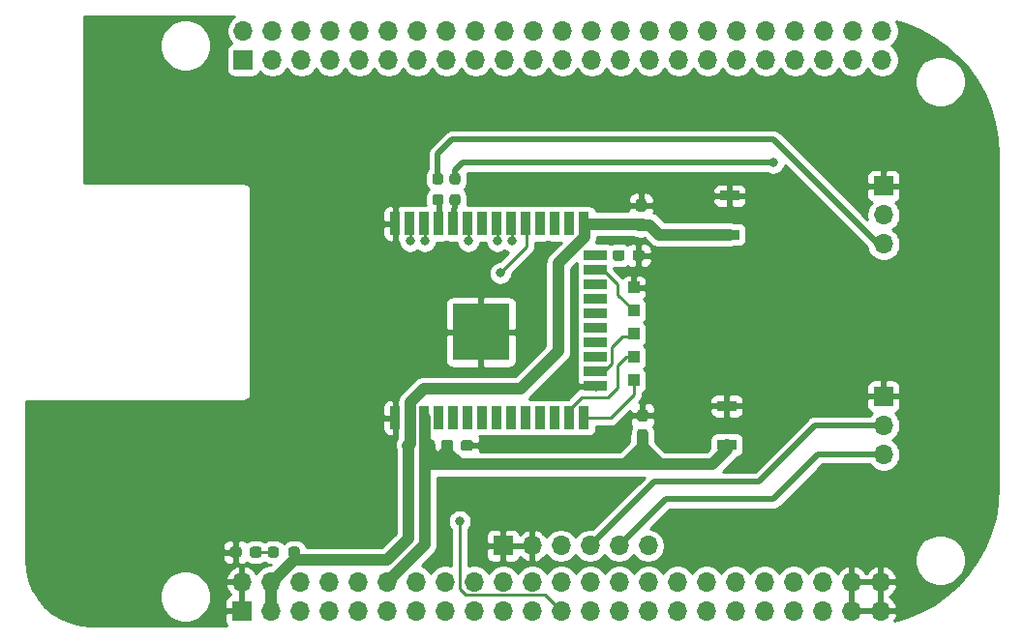
<source format=gbr>
%TF.GenerationSoftware,KiCad,Pcbnew,(5.1.12)-1*%
%TF.CreationDate,2023-08-18T20:52:48-06:00*%
%TF.ProjectId,X,582e6b69-6361-4645-9f70-636258585858,rev?*%
%TF.SameCoordinates,Original*%
%TF.FileFunction,Copper,L1,Top*%
%TF.FilePolarity,Positive*%
%FSLAX46Y46*%
G04 Gerber Fmt 4.6, Leading zero omitted, Abs format (unit mm)*
G04 Created by KiCad (PCBNEW (5.1.12)-1) date 2023-08-18 20:52:48*
%MOMM*%
%LPD*%
G01*
G04 APERTURE LIST*
%TA.AperFunction,SMDPad,CuDef*%
%ADD10R,1.000000X1.000000*%
%TD*%
%TA.AperFunction,SMDPad,CuDef*%
%ADD11R,5.000000X5.000000*%
%TD*%
%TA.AperFunction,SMDPad,CuDef*%
%ADD12R,0.900000X2.000000*%
%TD*%
%TA.AperFunction,SMDPad,CuDef*%
%ADD13R,2.000000X0.900000*%
%TD*%
%TA.AperFunction,ComponentPad*%
%ADD14O,1.700000X1.700000*%
%TD*%
%TA.AperFunction,ComponentPad*%
%ADD15R,1.700000X1.700000*%
%TD*%
%TA.AperFunction,SMDPad,CuDef*%
%ADD16R,1.700000X0.900000*%
%TD*%
%TA.AperFunction,ViaPad*%
%ADD17C,0.800000*%
%TD*%
%TA.AperFunction,Conductor*%
%ADD18C,1.000000*%
%TD*%
%TA.AperFunction,Conductor*%
%ADD19C,0.250000*%
%TD*%
%TA.AperFunction,Conductor*%
%ADD20C,0.500000*%
%TD*%
%TA.AperFunction,Conductor*%
%ADD21C,0.254000*%
%TD*%
%TA.AperFunction,Conductor*%
%ADD22C,0.100000*%
%TD*%
G04 APERTURE END LIST*
D10*
%TO.P,TP5,1*%
%TO.N,/TMS*%
X155448000Y-107950000D03*
%TD*%
%TO.P,TP4,1*%
%TO.N,/TDI*%
X155448000Y-109982000D03*
%TD*%
%TO.P,TP3,1*%
%TO.N,/TCK*%
X155448000Y-105918000D03*
%TD*%
%TO.P,TP2,1*%
%TO.N,/TDO*%
X155448000Y-103886000D03*
%TD*%
%TO.P,TP1,1*%
%TO.N,GND*%
X155448000Y-101854000D03*
%TD*%
D11*
%TO.P,U1,39*%
%TO.N,GND*%
X142069200Y-105749600D03*
D12*
%TO.P,U1,1*%
X134569200Y-113249600D03*
%TO.P,U1,2*%
%TO.N,IO0*%
X135839200Y-113249600D03*
%TO.P,U1,3*%
%TO.N,EN*%
X137109200Y-113249600D03*
%TO.P,U1,4*%
%TO.N,Net-(U1-Pad4)*%
X138379200Y-113249600D03*
%TO.P,U1,5*%
%TO.N,Net-(U1-Pad5)*%
X139649200Y-113249600D03*
%TO.P,U1,6*%
%TO.N,Net-(U1-Pad6)*%
X140919200Y-113249600D03*
%TO.P,U1,7*%
%TO.N,Net-(U1-Pad7)*%
X142189200Y-113249600D03*
%TO.P,U1,8*%
%TO.N,Net-(U1-Pad8)*%
X143459200Y-113249600D03*
%TO.P,U1,9*%
%TO.N,Net-(U1-Pad9)*%
X144729200Y-113249600D03*
%TO.P,U1,10*%
%TO.N,Net-(U1-Pad10)*%
X145999200Y-113249600D03*
%TO.P,U1,11*%
%TO.N,Net-(U1-Pad11)*%
X147269200Y-113249600D03*
%TO.P,U1,12*%
%TO.N,Net-(U1-Pad12)*%
X148539200Y-113249600D03*
%TO.P,U1,13*%
%TO.N,/TMS*%
X149809200Y-113249600D03*
%TO.P,U1,14*%
%TO.N,/TDI*%
X151079200Y-113249600D03*
D13*
%TO.P,U1,15*%
%TO.N,GND*%
X152079200Y-110464600D03*
%TO.P,U1,16*%
%TO.N,/TCK*%
X152079200Y-109194600D03*
%TO.P,U1,17*%
%TO.N,Net-(U1-Pad17)*%
X152079200Y-107924600D03*
%TO.P,U1,18*%
%TO.N,Net-(U1-Pad18)*%
X152079200Y-106654600D03*
%TO.P,U1,19*%
%TO.N,Net-(U1-Pad19)*%
X152079200Y-105384600D03*
%TO.P,U1,20*%
%TO.N,Net-(U1-Pad20)*%
X152079200Y-104114600D03*
%TO.P,U1,21*%
%TO.N,Net-(U1-Pad21)*%
X152079200Y-102844600D03*
%TO.P,U1,22*%
%TO.N,Net-(U1-Pad22)*%
X152079200Y-101574600D03*
%TO.P,U1,23*%
%TO.N,/TDO*%
X152079200Y-100304600D03*
%TO.P,U1,24*%
%TO.N,/IO2*%
X152079200Y-99034600D03*
D12*
%TO.P,U1,25*%
%TO.N,IO0*%
X151079200Y-96249600D03*
%TO.P,U1,26*%
%TO.N,Net-(U1-Pad26)*%
X149809200Y-96249600D03*
%TO.P,U1,27*%
%TO.N,Net-(U1-Pad27)*%
X148539200Y-96249600D03*
%TO.P,U1,28*%
%TO.N,Net-(U1-Pad28)*%
X147269200Y-96249600D03*
%TO.P,U1,29*%
%TO.N,SPI0_CS0*%
X145999200Y-96249600D03*
%TO.P,U1,30*%
%TO.N,SPI0_SCLK*%
X144729200Y-96249600D03*
%TO.P,U1,31*%
%TO.N,SPI0_MOSI*%
X143459200Y-96249600D03*
%TO.P,U1,32*%
%TO.N,Net-(U1-Pad32)*%
X142189200Y-96249600D03*
%TO.P,U1,33*%
%TO.N,GPIO_HANDSHAKE*%
X140919200Y-96249600D03*
%TO.P,U1,34*%
%TO.N,Net-(R3-Pad2)*%
X139649200Y-96249600D03*
%TO.P,U1,35*%
%TO.N,Net-(R2-Pad2)*%
X138379200Y-96249600D03*
%TO.P,U1,36*%
%TO.N,GPIO_DATA_READY*%
X137109200Y-96249600D03*
%TO.P,U1,37*%
%TO.N,SPI0_MISO*%
X135839200Y-96249600D03*
%TO.P,U1,38*%
%TO.N,GND*%
X134569200Y-96249600D03*
%TD*%
D14*
%TO.P,J3,6*%
%TO.N,Net-(J3-Pad6)*%
X156692600Y-124460000D03*
%TO.P,J3,5*%
%TO.N,Net-(J3-Pad5)*%
X154152600Y-124460000D03*
%TO.P,J3,4*%
%TO.N,Net-(J3-Pad4)*%
X151612600Y-124460000D03*
%TO.P,J3,3*%
%TO.N,Net-(J3-Pad3)*%
X149072600Y-124460000D03*
%TO.P,J3,2*%
%TO.N,GND*%
X146532600Y-124460000D03*
D15*
%TO.P,J3,1*%
X143992600Y-124460000D03*
%TD*%
D14*
%TO.P,J6,2*%
%TO.N,GND*%
X121158000Y-127635000D03*
%TO.P,J6,21*%
%TO.N,SPI0_MISO*%
X146558000Y-130175000D03*
%TO.P,J6,26*%
%TO.N,Net-(J6-Pad26)*%
X151638000Y-127635000D03*
%TO.P,J6,13*%
%TO.N,Net-(J6-Pad13)*%
X136398000Y-130175000D03*
%TO.P,J6,27*%
%TO.N,Net-(J6-Pad27)*%
X154178000Y-130175000D03*
%TO.P,J6,29*%
%TO.N,Net-(J6-Pad29)*%
X156718000Y-130175000D03*
%TO.P,J6,32*%
%TO.N,Net-(J6-Pad32)*%
X159258000Y-127635000D03*
D15*
%TO.P,J6,1*%
%TO.N,GND*%
X121158000Y-130175000D03*
D14*
%TO.P,J6,15*%
%TO.N,GPIO_DATA_READY*%
X138938000Y-130175000D03*
%TO.P,J6,37*%
%TO.N,Net-(J6-Pad37)*%
X166878000Y-130175000D03*
%TO.P,J6,38*%
%TO.N,Net-(J6-Pad38)*%
X166878000Y-127635000D03*
%TO.P,J6,39*%
%TO.N,Net-(J6-Pad39)*%
X169418000Y-130175000D03*
%TO.P,J6,40*%
%TO.N,Net-(J6-Pad40)*%
X169418000Y-127635000D03*
%TO.P,J6,42*%
%TO.N,Net-(J6-Pad42)*%
X171958000Y-127635000D03*
%TO.P,J6,41*%
%TO.N,Net-(J6-Pad41)*%
X171958000Y-130175000D03*
%TO.P,J6,43*%
%TO.N,GND*%
X174498000Y-130175000D03*
%TO.P,J6,12*%
%TO.N,EN*%
X133858000Y-127635000D03*
%TO.P,J6,23*%
%TO.N,GPIO_HANDSHAKE*%
X149098000Y-130175000D03*
%TO.P,J6,36*%
%TO.N,Net-(J6-Pad36)*%
X164338000Y-127635000D03*
%TO.P,J6,44*%
%TO.N,GND*%
X174498000Y-127635000D03*
%TO.P,J6,45*%
X177038000Y-130175000D03*
%TO.P,J6,46*%
X177038000Y-127635000D03*
%TO.P,J6,16*%
%TO.N,Net-(J6-Pad16)*%
X138938000Y-127635000D03*
%TO.P,J6,17*%
%TO.N,SPI0_CS0*%
X141478000Y-130175000D03*
%TO.P,J6,6*%
%TO.N,Net-(J6-Pad6)*%
X126238000Y-127635000D03*
%TO.P,J6,11*%
%TO.N,Net-(J6-Pad11)*%
X133858000Y-130175000D03*
%TO.P,J6,4*%
%TO.N,IO0*%
X123698000Y-127635000D03*
%TO.P,J6,7*%
%TO.N,Net-(J6-Pad7)*%
X128778000Y-130175000D03*
%TO.P,J6,9*%
%TO.N,Net-(J6-Pad9)*%
X131318000Y-130175000D03*
%TO.P,J6,10*%
%TO.N,Net-(J6-Pad10)*%
X131318000Y-127635000D03*
%TO.P,J6,20*%
%TO.N,Net-(J6-Pad20)*%
X144018000Y-127635000D03*
%TO.P,J6,22*%
%TO.N,SPI0_SCLK*%
X146558000Y-127635000D03*
%TO.P,J6,24*%
%TO.N,Net-(J6-Pad24)*%
X149098000Y-127635000D03*
%TO.P,J6,28*%
%TO.N,Net-(J6-Pad28)*%
X154178000Y-127635000D03*
%TO.P,J6,5*%
%TO.N,Net-(J6-Pad5)*%
X126238000Y-130175000D03*
%TO.P,J6,30*%
%TO.N,Net-(J6-Pad30)*%
X156718000Y-127635000D03*
%TO.P,J6,18*%
%TO.N,SPI0_MOSI*%
X141478000Y-127635000D03*
%TO.P,J6,25*%
%TO.N,Net-(J6-Pad25)*%
X151638000Y-130175000D03*
%TO.P,J6,3*%
%TO.N,IO0*%
X123698000Y-130175000D03*
%TO.P,J6,14*%
%TO.N,Net-(J6-Pad14)*%
X136398000Y-127635000D03*
%TO.P,J6,8*%
%TO.N,Net-(J6-Pad8)*%
X128778000Y-127635000D03*
%TO.P,J6,19*%
%TO.N,Net-(J6-Pad19)*%
X144018000Y-130175000D03*
%TO.P,J6,31*%
%TO.N,Net-(J6-Pad31)*%
X159258000Y-130175000D03*
%TO.P,J6,34*%
%TO.N,Net-(J6-Pad34)*%
X161798000Y-127635000D03*
%TO.P,J6,35*%
%TO.N,Net-(J6-Pad35)*%
X164338000Y-130175000D03*
%TO.P,J6,33*%
%TO.N,Net-(J6-Pad33)*%
X161798000Y-130175000D03*
%TD*%
%TO.P,J2,2*%
%TO.N,Net-(J2-Pad2)*%
X121285000Y-79375000D03*
%TO.P,J2,21*%
%TO.N,Net-(J2-Pad21)*%
X146685000Y-81915000D03*
%TO.P,J2,26*%
%TO.N,Net-(J2-Pad26)*%
X151765000Y-79375000D03*
%TO.P,J2,13*%
%TO.N,Net-(J2-Pad13)*%
X136525000Y-81915000D03*
%TO.P,J2,27*%
%TO.N,Net-(J2-Pad27)*%
X154305000Y-81915000D03*
%TO.P,J2,29*%
%TO.N,Net-(J2-Pad29)*%
X156845000Y-81915000D03*
%TO.P,J2,32*%
%TO.N,Net-(J2-Pad32)*%
X159385000Y-79375000D03*
D15*
%TO.P,J2,1*%
%TO.N,Net-(J2-Pad1)*%
X121285000Y-81915000D03*
D14*
%TO.P,J2,15*%
%TO.N,Net-(J2-Pad15)*%
X139065000Y-81915000D03*
%TO.P,J2,37*%
%TO.N,Net-(J2-Pad37)*%
X167005000Y-81915000D03*
%TO.P,J2,38*%
%TO.N,Net-(J2-Pad38)*%
X167005000Y-79375000D03*
%TO.P,J2,39*%
%TO.N,Net-(J2-Pad39)*%
X169545000Y-81915000D03*
%TO.P,J2,40*%
%TO.N,Net-(J2-Pad40)*%
X169545000Y-79375000D03*
%TO.P,J2,42*%
%TO.N,Net-(J2-Pad42)*%
X172085000Y-79375000D03*
%TO.P,J2,41*%
%TO.N,Net-(J2-Pad41)*%
X172085000Y-81915000D03*
%TO.P,J2,43*%
%TO.N,Net-(J2-Pad43)*%
X174625000Y-81915000D03*
%TO.P,J2,12*%
%TO.N,Net-(J2-Pad12)*%
X133985000Y-79375000D03*
%TO.P,J2,23*%
%TO.N,Net-(J2-Pad23)*%
X149225000Y-81915000D03*
%TO.P,J2,36*%
%TO.N,Net-(J2-Pad36)*%
X164465000Y-79375000D03*
%TO.P,J2,44*%
%TO.N,Net-(J2-Pad44)*%
X174625000Y-79375000D03*
%TO.P,J2,45*%
%TO.N,Net-(J2-Pad45)*%
X177165000Y-81915000D03*
%TO.P,J2,46*%
%TO.N,Net-(J2-Pad46)*%
X177165000Y-79375000D03*
%TO.P,J2,16*%
%TO.N,Net-(J2-Pad16)*%
X139065000Y-79375000D03*
%TO.P,J2,17*%
%TO.N,Net-(J2-Pad17)*%
X141605000Y-81915000D03*
%TO.P,J2,6*%
%TO.N,Net-(J2-Pad6)*%
X126365000Y-79375000D03*
%TO.P,J2,11*%
%TO.N,Net-(J2-Pad11)*%
X133985000Y-81915000D03*
%TO.P,J2,4*%
%TO.N,Net-(J2-Pad4)*%
X123825000Y-79375000D03*
%TO.P,J2,7*%
%TO.N,Net-(J2-Pad7)*%
X128905000Y-81915000D03*
%TO.P,J2,9*%
%TO.N,Net-(J2-Pad9)*%
X131445000Y-81915000D03*
%TO.P,J2,10*%
%TO.N,Net-(J2-Pad10)*%
X131445000Y-79375000D03*
%TO.P,J2,20*%
%TO.N,Net-(J2-Pad20)*%
X144145000Y-79375000D03*
%TO.P,J2,22*%
%TO.N,Net-(J2-Pad22)*%
X146685000Y-79375000D03*
%TO.P,J2,24*%
%TO.N,Net-(J2-Pad24)*%
X149225000Y-79375000D03*
%TO.P,J2,28*%
%TO.N,Net-(J2-Pad28)*%
X154305000Y-79375000D03*
%TO.P,J2,5*%
%TO.N,Net-(J2-Pad5)*%
X126365000Y-81915000D03*
%TO.P,J2,30*%
%TO.N,Net-(J2-Pad30)*%
X156845000Y-79375000D03*
%TO.P,J2,18*%
%TO.N,Net-(J2-Pad18)*%
X141605000Y-79375000D03*
%TO.P,J2,25*%
%TO.N,Net-(J2-Pad25)*%
X151765000Y-81915000D03*
%TO.P,J2,3*%
%TO.N,Net-(J2-Pad3)*%
X123825000Y-81915000D03*
%TO.P,J2,14*%
%TO.N,Net-(J2-Pad14)*%
X136525000Y-79375000D03*
%TO.P,J2,8*%
%TO.N,Net-(J2-Pad8)*%
X128905000Y-79375000D03*
%TO.P,J2,19*%
%TO.N,Net-(J2-Pad19)*%
X144145000Y-81915000D03*
%TO.P,J2,31*%
%TO.N,Net-(J2-Pad31)*%
X159385000Y-81915000D03*
%TO.P,J2,34*%
%TO.N,Net-(J2-Pad34)*%
X161925000Y-79375000D03*
%TO.P,J2,35*%
%TO.N,Net-(J2-Pad35)*%
X164465000Y-81915000D03*
%TO.P,J2,33*%
%TO.N,Net-(J2-Pad33)*%
X161925000Y-81915000D03*
%TD*%
%TO.P,C1,1*%
%TO.N,EN*%
%TA.AperFunction,SMDPad,CuDef*%
G36*
G01*
X156447500Y-115319000D02*
X155972500Y-115319000D01*
G75*
G02*
X155735000Y-115081500I0J237500D01*
G01*
X155735000Y-114481500D01*
G75*
G02*
X155972500Y-114244000I237500J0D01*
G01*
X156447500Y-114244000D01*
G75*
G02*
X156685000Y-114481500I0J-237500D01*
G01*
X156685000Y-115081500D01*
G75*
G02*
X156447500Y-115319000I-237500J0D01*
G01*
G37*
%TD.AperFunction*%
%TO.P,C1,2*%
%TO.N,GND*%
%TA.AperFunction,SMDPad,CuDef*%
G36*
G01*
X156447500Y-113594000D02*
X155972500Y-113594000D01*
G75*
G02*
X155735000Y-113356500I0J237500D01*
G01*
X155735000Y-112756500D01*
G75*
G02*
X155972500Y-112519000I237500J0D01*
G01*
X156447500Y-112519000D01*
G75*
G02*
X156685000Y-112756500I0J-237500D01*
G01*
X156685000Y-113356500D01*
G75*
G02*
X156447500Y-113594000I-237500J0D01*
G01*
G37*
%TD.AperFunction*%
%TD*%
%TO.P,C2,2*%
%TO.N,GND*%
%TA.AperFunction,SMDPad,CuDef*%
G36*
G01*
X140304400Y-115909100D02*
X140304400Y-115434100D01*
G75*
G02*
X140541900Y-115196600I237500J0D01*
G01*
X141141900Y-115196600D01*
G75*
G02*
X141379400Y-115434100I0J-237500D01*
G01*
X141379400Y-115909100D01*
G75*
G02*
X141141900Y-116146600I-237500J0D01*
G01*
X140541900Y-116146600D01*
G75*
G02*
X140304400Y-115909100I0J237500D01*
G01*
G37*
%TD.AperFunction*%
%TO.P,C2,1*%
%TO.N,EN*%
%TA.AperFunction,SMDPad,CuDef*%
G36*
G01*
X138579400Y-115909100D02*
X138579400Y-115434100D01*
G75*
G02*
X138816900Y-115196600I237500J0D01*
G01*
X139416900Y-115196600D01*
G75*
G02*
X139654400Y-115434100I0J-237500D01*
G01*
X139654400Y-115909100D01*
G75*
G02*
X139416900Y-116146600I-237500J0D01*
G01*
X138816900Y-116146600D01*
G75*
G02*
X138579400Y-115909100I0J237500D01*
G01*
G37*
%TD.AperFunction*%
%TD*%
%TO.P,C5,1*%
%TO.N,IO0*%
%TA.AperFunction,SMDPad,CuDef*%
G36*
G01*
X156320500Y-96904000D02*
X155845500Y-96904000D01*
G75*
G02*
X155608000Y-96666500I0J237500D01*
G01*
X155608000Y-96066500D01*
G75*
G02*
X155845500Y-95829000I237500J0D01*
G01*
X156320500Y-95829000D01*
G75*
G02*
X156558000Y-96066500I0J-237500D01*
G01*
X156558000Y-96666500D01*
G75*
G02*
X156320500Y-96904000I-237500J0D01*
G01*
G37*
%TD.AperFunction*%
%TO.P,C5,2*%
%TO.N,GND*%
%TA.AperFunction,SMDPad,CuDef*%
G36*
G01*
X156320500Y-95179000D02*
X155845500Y-95179000D01*
G75*
G02*
X155608000Y-94941500I0J237500D01*
G01*
X155608000Y-94341500D01*
G75*
G02*
X155845500Y-94104000I237500J0D01*
G01*
X156320500Y-94104000D01*
G75*
G02*
X156558000Y-94341500I0J-237500D01*
G01*
X156558000Y-94941500D01*
G75*
G02*
X156320500Y-95179000I-237500J0D01*
G01*
G37*
%TD.AperFunction*%
%TD*%
%TO.P,J4,3*%
%TO.N,TXD*%
X177292000Y-98044000D03*
%TO.P,J4,2*%
%TO.N,RXD*%
X177292000Y-95504000D03*
D15*
%TO.P,J4,1*%
%TO.N,GND*%
X177292000Y-92964000D03*
%TD*%
%TO.P,J5,1*%
%TO.N,GND*%
X177292000Y-111379000D03*
D14*
%TO.P,J5,2*%
%TO.N,Net-(J3-Pad4)*%
X177292000Y-113919000D03*
%TO.P,J5,3*%
%TO.N,Net-(J3-Pad5)*%
X177292000Y-116459000D03*
%TD*%
%TO.P,R1,1*%
%TO.N,IO0*%
%TA.AperFunction,SMDPad,CuDef*%
G36*
G01*
X135252000Y-115901499D02*
X135252000Y-115426499D01*
G75*
G02*
X135489500Y-115188999I237500J0D01*
G01*
X135989500Y-115188999D01*
G75*
G02*
X136227000Y-115426499I0J-237500D01*
G01*
X136227000Y-115901499D01*
G75*
G02*
X135989500Y-116138999I-237500J0D01*
G01*
X135489500Y-116138999D01*
G75*
G02*
X135252000Y-115901499I0J237500D01*
G01*
G37*
%TD.AperFunction*%
%TO.P,R1,2*%
%TO.N,EN*%
%TA.AperFunction,SMDPad,CuDef*%
G36*
G01*
X137077000Y-115901499D02*
X137077000Y-115426499D01*
G75*
G02*
X137314500Y-115188999I237500J0D01*
G01*
X137814500Y-115188999D01*
G75*
G02*
X138052000Y-115426499I0J-237500D01*
G01*
X138052000Y-115901499D01*
G75*
G02*
X137814500Y-116138999I-237500J0D01*
G01*
X137314500Y-116138999D01*
G75*
G02*
X137077000Y-115901499I0J237500D01*
G01*
G37*
%TD.AperFunction*%
%TD*%
%TO.P,R2,1*%
%TO.N,TXD*%
%TA.AperFunction,SMDPad,CuDef*%
G36*
G01*
X138065500Y-91843400D02*
X138540500Y-91843400D01*
G75*
G02*
X138778000Y-92080900I0J-237500D01*
G01*
X138778000Y-92580900D01*
G75*
G02*
X138540500Y-92818400I-237500J0D01*
G01*
X138065500Y-92818400D01*
G75*
G02*
X137828000Y-92580900I0J237500D01*
G01*
X137828000Y-92080900D01*
G75*
G02*
X138065500Y-91843400I237500J0D01*
G01*
G37*
%TD.AperFunction*%
%TO.P,R2,2*%
%TO.N,Net-(R2-Pad2)*%
%TA.AperFunction,SMDPad,CuDef*%
G36*
G01*
X138065500Y-93668400D02*
X138540500Y-93668400D01*
G75*
G02*
X138778000Y-93905900I0J-237500D01*
G01*
X138778000Y-94405900D01*
G75*
G02*
X138540500Y-94643400I-237500J0D01*
G01*
X138065500Y-94643400D01*
G75*
G02*
X137828000Y-94405900I0J237500D01*
G01*
X137828000Y-93905900D01*
G75*
G02*
X138065500Y-93668400I237500J0D01*
G01*
G37*
%TD.AperFunction*%
%TD*%
%TO.P,R3,2*%
%TO.N,Net-(R3-Pad2)*%
%TA.AperFunction,SMDPad,CuDef*%
G36*
G01*
X139564100Y-93668400D02*
X140039100Y-93668400D01*
G75*
G02*
X140276600Y-93905900I0J-237500D01*
G01*
X140276600Y-94405900D01*
G75*
G02*
X140039100Y-94643400I-237500J0D01*
G01*
X139564100Y-94643400D01*
G75*
G02*
X139326600Y-94405900I0J237500D01*
G01*
X139326600Y-93905900D01*
G75*
G02*
X139564100Y-93668400I237500J0D01*
G01*
G37*
%TD.AperFunction*%
%TO.P,R3,1*%
%TO.N,RXD*%
%TA.AperFunction,SMDPad,CuDef*%
G36*
G01*
X139564100Y-91843400D02*
X140039100Y-91843400D01*
G75*
G02*
X140276600Y-92080900I0J-237500D01*
G01*
X140276600Y-92580900D01*
G75*
G02*
X140039100Y-92818400I-237500J0D01*
G01*
X139564100Y-92818400D01*
G75*
G02*
X139326600Y-92580900I0J237500D01*
G01*
X139326600Y-92080900D01*
G75*
G02*
X139564100Y-91843400I237500J0D01*
G01*
G37*
%TD.AperFunction*%
%TD*%
D16*
%TO.P,SW1,1*%
%TO.N,GND*%
X163576000Y-112219000D03*
%TO.P,SW1,2*%
%TO.N,EN*%
X163576000Y-115619000D03*
%TD*%
%TO.P,SW2,1*%
%TO.N,IO0*%
X163830000Y-97204000D03*
%TO.P,SW2,2*%
%TO.N,GND*%
X163830000Y-93804000D03*
%TD*%
%TO.P,D1,1*%
%TO.N,GND*%
%TA.AperFunction,SMDPad,CuDef*%
G36*
G01*
X120088200Y-125256300D02*
X120088200Y-124781300D01*
G75*
G02*
X120325700Y-124543800I237500J0D01*
G01*
X120900700Y-124543800D01*
G75*
G02*
X121138200Y-124781300I0J-237500D01*
G01*
X121138200Y-125256300D01*
G75*
G02*
X120900700Y-125493800I-237500J0D01*
G01*
X120325700Y-125493800D01*
G75*
G02*
X120088200Y-125256300I0J237500D01*
G01*
G37*
%TD.AperFunction*%
%TO.P,D1,2*%
%TO.N,Net-(D1-Pad2)*%
%TA.AperFunction,SMDPad,CuDef*%
G36*
G01*
X121838200Y-125256300D02*
X121838200Y-124781300D01*
G75*
G02*
X122075700Y-124543800I237500J0D01*
G01*
X122650700Y-124543800D01*
G75*
G02*
X122888200Y-124781300I0J-237500D01*
G01*
X122888200Y-125256300D01*
G75*
G02*
X122650700Y-125493800I-237500J0D01*
G01*
X122075700Y-125493800D01*
G75*
G02*
X121838200Y-125256300I0J237500D01*
G01*
G37*
%TD.AperFunction*%
%TD*%
%TO.P,D2,2*%
%TO.N,Net-(D2-Pad2)*%
%TA.AperFunction,SMDPad,CuDef*%
G36*
G01*
X154640800Y-98797100D02*
X154640800Y-99272100D01*
G75*
G02*
X154403300Y-99509600I-237500J0D01*
G01*
X153828300Y-99509600D01*
G75*
G02*
X153590800Y-99272100I0J237500D01*
G01*
X153590800Y-98797100D01*
G75*
G02*
X153828300Y-98559600I237500J0D01*
G01*
X154403300Y-98559600D01*
G75*
G02*
X154640800Y-98797100I0J-237500D01*
G01*
G37*
%TD.AperFunction*%
%TO.P,D2,1*%
%TO.N,GND*%
%TA.AperFunction,SMDPad,CuDef*%
G36*
G01*
X156390800Y-98797100D02*
X156390800Y-99272100D01*
G75*
G02*
X156153300Y-99509600I-237500J0D01*
G01*
X155578300Y-99509600D01*
G75*
G02*
X155340800Y-99272100I0J237500D01*
G01*
X155340800Y-98797100D01*
G75*
G02*
X155578300Y-98559600I237500J0D01*
G01*
X156153300Y-98559600D01*
G75*
G02*
X156390800Y-98797100I0J-237500D01*
G01*
G37*
%TD.AperFunction*%
%TD*%
%TO.P,R4,1*%
%TO.N,IO0*%
%TA.AperFunction,SMDPad,CuDef*%
G36*
G01*
X126215600Y-124781300D02*
X126215600Y-125256300D01*
G75*
G02*
X125978100Y-125493800I-237500J0D01*
G01*
X125478100Y-125493800D01*
G75*
G02*
X125240600Y-125256300I0J237500D01*
G01*
X125240600Y-124781300D01*
G75*
G02*
X125478100Y-124543800I237500J0D01*
G01*
X125978100Y-124543800D01*
G75*
G02*
X126215600Y-124781300I0J-237500D01*
G01*
G37*
%TD.AperFunction*%
%TO.P,R4,2*%
%TO.N,Net-(D1-Pad2)*%
%TA.AperFunction,SMDPad,CuDef*%
G36*
G01*
X124390600Y-124781300D02*
X124390600Y-125256300D01*
G75*
G02*
X124153100Y-125493800I-237500J0D01*
G01*
X123653100Y-125493800D01*
G75*
G02*
X123415600Y-125256300I0J237500D01*
G01*
X123415600Y-124781300D01*
G75*
G02*
X123653100Y-124543800I237500J0D01*
G01*
X124153100Y-124543800D01*
G75*
G02*
X124390600Y-124781300I0J-237500D01*
G01*
G37*
%TD.AperFunction*%
%TD*%
D17*
%TO.N,GND*%
X152196800Y-110566200D03*
%TO.N,RXD*%
X167640000Y-90932000D03*
%TO.N,SPI0_MISO*%
X135890000Y-97790000D03*
%TO.N,SPI0_SCLK*%
X144780000Y-97790000D03*
%TO.N,GPIO_HANDSHAKE*%
X140970000Y-97790000D03*
X140208000Y-122316599D03*
%TO.N,SPI0_MOSI*%
X143510000Y-97790000D03*
%TO.N,GPIO_DATA_READY*%
X137160000Y-97790000D03*
%TO.N,SPI0_CS0*%
X143764000Y-100584000D03*
%TO.N,Net-(D2-Pad2)*%
X154101800Y-99034600D03*
%TO.N,/IO2*%
X152120600Y-98983800D03*
%TD*%
D18*
%TO.N,EN*%
X137160000Y-115259499D02*
X137564500Y-115663999D01*
X137160000Y-113275000D02*
X137160000Y-115259499D01*
X139109299Y-115663999D02*
X139116900Y-115671600D01*
X133858000Y-127635000D02*
X137160000Y-124333000D01*
X163576000Y-115619000D02*
X163576000Y-116078000D01*
X163576000Y-116078000D02*
X162306000Y-117348000D01*
X137160000Y-117348000D02*
X137160000Y-115259499D01*
X137160000Y-124333000D02*
X137160000Y-117348000D01*
X139116900Y-115671600D02*
X139116900Y-116153100D01*
X137922000Y-117348000D02*
X137160000Y-117348000D01*
X139116900Y-116256900D02*
X140208000Y-117348000D01*
X139116900Y-115671600D02*
X139116900Y-116256900D01*
X140208000Y-117348000D02*
X137922000Y-117348000D01*
X154686000Y-117348000D02*
X140208000Y-117348000D01*
X156210000Y-115824000D02*
X154686000Y-117348000D01*
X156210000Y-115824000D02*
X157734000Y-117348000D01*
X156210000Y-114781500D02*
X156210000Y-115824000D01*
X157734000Y-117348000D02*
X154686000Y-117348000D01*
X162306000Y-117348000D02*
X157734000Y-117348000D01*
X156210000Y-115824000D02*
X156210000Y-116586000D01*
X137564500Y-116228500D02*
X138303000Y-116967000D01*
X137564500Y-115663999D02*
X137564500Y-116228500D01*
X138303000Y-116967000D02*
X137922000Y-117348000D01*
X139116900Y-116153100D02*
X138303000Y-116967000D01*
D19*
%TO.N,GND*%
X152130000Y-110499400D02*
X152196800Y-110566200D01*
X152130000Y-110490000D02*
X152130000Y-110499400D01*
D18*
%TO.N,IO0*%
X135890000Y-115513499D02*
X135739500Y-115663999D01*
X135890000Y-113275000D02*
X135890000Y-115513499D01*
X123698000Y-127635000D02*
X123698000Y-130175000D01*
X155991500Y-96275000D02*
X156083000Y-96366500D01*
X151130000Y-96275000D02*
X155991500Y-96275000D01*
X156083000Y-96366500D02*
X156818500Y-96366500D01*
X157656000Y-97204000D02*
X163830000Y-97204000D01*
X156818500Y-96366500D02*
X157656000Y-97204000D01*
X135739500Y-115663999D02*
X135669001Y-115663999D01*
X123825000Y-127635000D02*
X123698000Y-127635000D01*
X125730000Y-125730000D02*
X123825000Y-127635000D01*
X133858000Y-125730000D02*
X125730000Y-125730000D01*
X135739500Y-123848500D02*
X133858000Y-125730000D01*
X135739500Y-115663999D02*
X135739500Y-123848500D01*
X151130000Y-97435678D02*
X148844000Y-99721678D01*
X151130000Y-96275000D02*
X151130000Y-97435678D01*
X148844000Y-99721678D02*
X148844000Y-107442000D01*
X148844000Y-107442000D02*
X145542000Y-110744000D01*
X135890000Y-111920678D02*
X135890000Y-113275000D01*
X137066678Y-110744000D02*
X135890000Y-111920678D01*
X145542000Y-110744000D02*
X137066678Y-110744000D01*
D19*
X125728100Y-125728100D02*
X125730000Y-125730000D01*
X125728100Y-125018800D02*
X125728100Y-125728100D01*
D20*
%TO.N,Net-(J3-Pad4)*%
X171323000Y-113919000D02*
X177292000Y-113919000D01*
X166370000Y-118872000D02*
X171323000Y-113919000D01*
X157226000Y-118872000D02*
X166370000Y-118872000D01*
X151638000Y-124460000D02*
X157226000Y-118872000D01*
D19*
X151612600Y-124460000D02*
X151638000Y-124460000D01*
D20*
%TO.N,Net-(J3-Pad5)*%
X171577000Y-116459000D02*
X177292000Y-116459000D01*
X167640000Y-120396000D02*
X171577000Y-116459000D01*
X158216600Y-120396000D02*
X167640000Y-120396000D01*
X154152600Y-124460000D02*
X158216600Y-120396000D01*
%TO.N,TXD*%
X167640000Y-88900000D02*
X176784000Y-98044000D01*
X139573000Y-88900000D02*
X167640000Y-88900000D01*
X138303000Y-90170000D02*
X139573000Y-88900000D01*
X176784000Y-98044000D02*
X177292000Y-98044000D01*
X138303000Y-92330900D02*
X138303000Y-90170000D01*
D19*
%TO.N,RXD*%
X167640000Y-90932000D02*
X167640000Y-90932000D01*
D20*
X139801600Y-92330900D02*
X139801600Y-91592400D01*
X139801600Y-91592400D02*
X140462000Y-90932000D01*
X140462000Y-90932000D02*
X167640000Y-90932000D01*
D19*
%TO.N,SPI0_MISO*%
X135890000Y-96275000D02*
X135890000Y-97790000D01*
%TO.N,SPI0_SCLK*%
X144780000Y-96275000D02*
X144780000Y-97790000D01*
%TO.N,GPIO_HANDSHAKE*%
X140970000Y-96275000D02*
X140970000Y-97790000D01*
X147701000Y-128778000D02*
X149098000Y-130175000D01*
X140716000Y-128778000D02*
X147701000Y-128778000D01*
X140208000Y-128270000D02*
X140716000Y-128778000D01*
X140208000Y-122459198D02*
X140208000Y-128270000D01*
X140350599Y-122316599D02*
X140208000Y-122459198D01*
%TO.N,SPI0_MOSI*%
X143510000Y-96275000D02*
X143510000Y-97790000D01*
%TO.N,GPIO_DATA_READY*%
X137160000Y-96275000D02*
X137160000Y-97790000D01*
%TO.N,SPI0_CS0*%
X146050000Y-98298000D02*
X143764000Y-100584000D01*
X146050000Y-96275000D02*
X146050000Y-98298000D01*
D20*
%TO.N,Net-(R2-Pad2)*%
X138303000Y-94155900D02*
X138303000Y-94361000D01*
X138430000Y-94488000D02*
X138430000Y-96275000D01*
X138303000Y-94361000D02*
X138430000Y-94488000D01*
%TO.N,Net-(R3-Pad2)*%
X139801600Y-94155900D02*
X139801600Y-94894400D01*
X139700000Y-94996000D02*
X139700000Y-96275000D01*
X139801600Y-94894400D02*
X139700000Y-94996000D01*
D19*
%TO.N,/TMS*%
X154813000Y-107950000D02*
X155448000Y-107950000D01*
X154051000Y-108712000D02*
X154813000Y-107950000D01*
X154051000Y-110617000D02*
X154051000Y-108712000D01*
X153162000Y-111506000D02*
X154051000Y-110617000D01*
X150876000Y-111506000D02*
X153162000Y-111506000D01*
X149860000Y-112522000D02*
X150876000Y-111506000D01*
X149860000Y-113275000D02*
X149860000Y-112522000D01*
%TO.N,/TDI*%
X151130000Y-113275000D02*
X153425000Y-113275000D01*
X153425000Y-113275000D02*
X155448000Y-111252000D01*
X155448000Y-111252000D02*
X155448000Y-109982000D01*
%TO.N,/TCK*%
X155194000Y-106172000D02*
X155448000Y-106172000D01*
X155194000Y-106172000D02*
X155448000Y-105918000D01*
X154432000Y-106172000D02*
X155194000Y-106172000D01*
X153543000Y-107061000D02*
X154432000Y-106172000D01*
X153543000Y-108486322D02*
X153543000Y-107061000D01*
X152809322Y-109220000D02*
X153543000Y-108486322D01*
X152130000Y-109220000D02*
X152809322Y-109220000D01*
%TO.N,/TDO*%
X152130000Y-100330000D02*
X152809322Y-100330000D01*
X154051000Y-102489000D02*
X155448000Y-103886000D01*
X152758522Y-100304600D02*
X154051000Y-101597078D01*
X154051000Y-101597078D02*
X154051000Y-102489000D01*
X152079200Y-100304600D02*
X152758522Y-100304600D01*
%TO.N,Net-(D1-Pad2)*%
X122363200Y-125018800D02*
X123903100Y-125018800D01*
%TD*%
D21*
%TO.N,GND*%
X120338368Y-78221525D02*
X120131525Y-78428368D01*
X119969010Y-78671589D01*
X119857068Y-78941842D01*
X119800000Y-79228740D01*
X119800000Y-79521260D01*
X119857068Y-79808158D01*
X119969010Y-80078411D01*
X120131525Y-80321632D01*
X120263380Y-80453487D01*
X120190820Y-80475498D01*
X120080506Y-80534463D01*
X119983815Y-80613815D01*
X119904463Y-80710506D01*
X119845498Y-80820820D01*
X119809188Y-80940518D01*
X119796928Y-81065000D01*
X119796928Y-82765000D01*
X119809188Y-82889482D01*
X119845498Y-83009180D01*
X119904463Y-83119494D01*
X119983815Y-83216185D01*
X120080506Y-83295537D01*
X120190820Y-83354502D01*
X120310518Y-83390812D01*
X120435000Y-83403072D01*
X122135000Y-83403072D01*
X122259482Y-83390812D01*
X122379180Y-83354502D01*
X122489494Y-83295537D01*
X122586185Y-83216185D01*
X122665537Y-83119494D01*
X122724502Y-83009180D01*
X122746513Y-82936620D01*
X122878368Y-83068475D01*
X123121589Y-83230990D01*
X123391842Y-83342932D01*
X123678740Y-83400000D01*
X123971260Y-83400000D01*
X124258158Y-83342932D01*
X124528411Y-83230990D01*
X124771632Y-83068475D01*
X124978475Y-82861632D01*
X125095000Y-82687240D01*
X125211525Y-82861632D01*
X125418368Y-83068475D01*
X125661589Y-83230990D01*
X125931842Y-83342932D01*
X126218740Y-83400000D01*
X126511260Y-83400000D01*
X126798158Y-83342932D01*
X127068411Y-83230990D01*
X127311632Y-83068475D01*
X127518475Y-82861632D01*
X127635000Y-82687240D01*
X127751525Y-82861632D01*
X127958368Y-83068475D01*
X128201589Y-83230990D01*
X128471842Y-83342932D01*
X128758740Y-83400000D01*
X129051260Y-83400000D01*
X129338158Y-83342932D01*
X129608411Y-83230990D01*
X129851632Y-83068475D01*
X130058475Y-82861632D01*
X130175000Y-82687240D01*
X130291525Y-82861632D01*
X130498368Y-83068475D01*
X130741589Y-83230990D01*
X131011842Y-83342932D01*
X131298740Y-83400000D01*
X131591260Y-83400000D01*
X131878158Y-83342932D01*
X132148411Y-83230990D01*
X132391632Y-83068475D01*
X132598475Y-82861632D01*
X132715000Y-82687240D01*
X132831525Y-82861632D01*
X133038368Y-83068475D01*
X133281589Y-83230990D01*
X133551842Y-83342932D01*
X133838740Y-83400000D01*
X134131260Y-83400000D01*
X134418158Y-83342932D01*
X134688411Y-83230990D01*
X134931632Y-83068475D01*
X135138475Y-82861632D01*
X135255000Y-82687240D01*
X135371525Y-82861632D01*
X135578368Y-83068475D01*
X135821589Y-83230990D01*
X136091842Y-83342932D01*
X136378740Y-83400000D01*
X136671260Y-83400000D01*
X136958158Y-83342932D01*
X137228411Y-83230990D01*
X137471632Y-83068475D01*
X137678475Y-82861632D01*
X137795000Y-82687240D01*
X137911525Y-82861632D01*
X138118368Y-83068475D01*
X138361589Y-83230990D01*
X138631842Y-83342932D01*
X138918740Y-83400000D01*
X139211260Y-83400000D01*
X139498158Y-83342932D01*
X139768411Y-83230990D01*
X140011632Y-83068475D01*
X140218475Y-82861632D01*
X140335000Y-82687240D01*
X140451525Y-82861632D01*
X140658368Y-83068475D01*
X140901589Y-83230990D01*
X141171842Y-83342932D01*
X141458740Y-83400000D01*
X141751260Y-83400000D01*
X142038158Y-83342932D01*
X142308411Y-83230990D01*
X142551632Y-83068475D01*
X142758475Y-82861632D01*
X142875000Y-82687240D01*
X142991525Y-82861632D01*
X143198368Y-83068475D01*
X143441589Y-83230990D01*
X143711842Y-83342932D01*
X143998740Y-83400000D01*
X144291260Y-83400000D01*
X144578158Y-83342932D01*
X144848411Y-83230990D01*
X145091632Y-83068475D01*
X145298475Y-82861632D01*
X145415000Y-82687240D01*
X145531525Y-82861632D01*
X145738368Y-83068475D01*
X145981589Y-83230990D01*
X146251842Y-83342932D01*
X146538740Y-83400000D01*
X146831260Y-83400000D01*
X147118158Y-83342932D01*
X147388411Y-83230990D01*
X147631632Y-83068475D01*
X147838475Y-82861632D01*
X147955000Y-82687240D01*
X148071525Y-82861632D01*
X148278368Y-83068475D01*
X148521589Y-83230990D01*
X148791842Y-83342932D01*
X149078740Y-83400000D01*
X149371260Y-83400000D01*
X149658158Y-83342932D01*
X149928411Y-83230990D01*
X150171632Y-83068475D01*
X150378475Y-82861632D01*
X150495000Y-82687240D01*
X150611525Y-82861632D01*
X150818368Y-83068475D01*
X151061589Y-83230990D01*
X151331842Y-83342932D01*
X151618740Y-83400000D01*
X151911260Y-83400000D01*
X152198158Y-83342932D01*
X152468411Y-83230990D01*
X152711632Y-83068475D01*
X152918475Y-82861632D01*
X153035000Y-82687240D01*
X153151525Y-82861632D01*
X153358368Y-83068475D01*
X153601589Y-83230990D01*
X153871842Y-83342932D01*
X154158740Y-83400000D01*
X154451260Y-83400000D01*
X154738158Y-83342932D01*
X155008411Y-83230990D01*
X155251632Y-83068475D01*
X155458475Y-82861632D01*
X155575000Y-82687240D01*
X155691525Y-82861632D01*
X155898368Y-83068475D01*
X156141589Y-83230990D01*
X156411842Y-83342932D01*
X156698740Y-83400000D01*
X156991260Y-83400000D01*
X157278158Y-83342932D01*
X157548411Y-83230990D01*
X157791632Y-83068475D01*
X157998475Y-82861632D01*
X158115000Y-82687240D01*
X158231525Y-82861632D01*
X158438368Y-83068475D01*
X158681589Y-83230990D01*
X158951842Y-83342932D01*
X159238740Y-83400000D01*
X159531260Y-83400000D01*
X159818158Y-83342932D01*
X160088411Y-83230990D01*
X160331632Y-83068475D01*
X160538475Y-82861632D01*
X160655000Y-82687240D01*
X160771525Y-82861632D01*
X160978368Y-83068475D01*
X161221589Y-83230990D01*
X161491842Y-83342932D01*
X161778740Y-83400000D01*
X162071260Y-83400000D01*
X162358158Y-83342932D01*
X162628411Y-83230990D01*
X162871632Y-83068475D01*
X163078475Y-82861632D01*
X163195000Y-82687240D01*
X163311525Y-82861632D01*
X163518368Y-83068475D01*
X163761589Y-83230990D01*
X164031842Y-83342932D01*
X164318740Y-83400000D01*
X164611260Y-83400000D01*
X164898158Y-83342932D01*
X165168411Y-83230990D01*
X165411632Y-83068475D01*
X165618475Y-82861632D01*
X165735000Y-82687240D01*
X165851525Y-82861632D01*
X166058368Y-83068475D01*
X166301589Y-83230990D01*
X166571842Y-83342932D01*
X166858740Y-83400000D01*
X167151260Y-83400000D01*
X167438158Y-83342932D01*
X167708411Y-83230990D01*
X167951632Y-83068475D01*
X168158475Y-82861632D01*
X168275000Y-82687240D01*
X168391525Y-82861632D01*
X168598368Y-83068475D01*
X168841589Y-83230990D01*
X169111842Y-83342932D01*
X169398740Y-83400000D01*
X169691260Y-83400000D01*
X169978158Y-83342932D01*
X170248411Y-83230990D01*
X170491632Y-83068475D01*
X170698475Y-82861632D01*
X170815000Y-82687240D01*
X170931525Y-82861632D01*
X171138368Y-83068475D01*
X171381589Y-83230990D01*
X171651842Y-83342932D01*
X171938740Y-83400000D01*
X172231260Y-83400000D01*
X172518158Y-83342932D01*
X172788411Y-83230990D01*
X173031632Y-83068475D01*
X173238475Y-82861632D01*
X173355000Y-82687240D01*
X173471525Y-82861632D01*
X173678368Y-83068475D01*
X173921589Y-83230990D01*
X174191842Y-83342932D01*
X174478740Y-83400000D01*
X174771260Y-83400000D01*
X175058158Y-83342932D01*
X175328411Y-83230990D01*
X175571632Y-83068475D01*
X175778475Y-82861632D01*
X175895000Y-82687240D01*
X176011525Y-82861632D01*
X176218368Y-83068475D01*
X176461589Y-83230990D01*
X176731842Y-83342932D01*
X177018740Y-83400000D01*
X177311260Y-83400000D01*
X177598158Y-83342932D01*
X177868411Y-83230990D01*
X178111632Y-83068475D01*
X178318475Y-82861632D01*
X178480990Y-82618411D01*
X178592932Y-82348158D01*
X178650000Y-82061260D01*
X178650000Y-81768740D01*
X178592932Y-81481842D01*
X178480990Y-81211589D01*
X178318475Y-80968368D01*
X178111632Y-80761525D01*
X177937240Y-80645000D01*
X178111632Y-80528475D01*
X178318475Y-80321632D01*
X178480990Y-80078411D01*
X178592932Y-79808158D01*
X178650000Y-79521260D01*
X178650000Y-79228740D01*
X178592932Y-78941842D01*
X178480990Y-78671589D01*
X178412726Y-78569425D01*
X179219222Y-78800684D01*
X180461875Y-79312870D01*
X181639680Y-79960374D01*
X182737979Y-80735139D01*
X183743067Y-81627498D01*
X184642430Y-82626341D01*
X185424839Y-83719199D01*
X186080552Y-84892460D01*
X186601404Y-86131516D01*
X186980886Y-87420889D01*
X187214281Y-88744535D01*
X187299763Y-90103235D01*
X187300000Y-90171154D01*
X187300001Y-119361545D01*
X187223942Y-120721974D01*
X186999795Y-122047209D01*
X186629317Y-123339219D01*
X186117137Y-124581861D01*
X185469628Y-125759677D01*
X184694864Y-126857975D01*
X183802496Y-127863072D01*
X182803663Y-128762426D01*
X181710807Y-129544835D01*
X180537537Y-130200553D01*
X179298484Y-130721404D01*
X178248646Y-131030387D01*
X178382157Y-130806252D01*
X178479481Y-130531891D01*
X178358814Y-130302000D01*
X177165000Y-130302000D01*
X177165000Y-130322000D01*
X176911000Y-130322000D01*
X176911000Y-130302000D01*
X174625000Y-130302000D01*
X174625000Y-130322000D01*
X174371000Y-130322000D01*
X174371000Y-130302000D01*
X174351000Y-130302000D01*
X174351000Y-130048000D01*
X174371000Y-130048000D01*
X174371000Y-127762000D01*
X174625000Y-127762000D01*
X174625000Y-130048000D01*
X176911000Y-130048000D01*
X176911000Y-127762000D01*
X177165000Y-127762000D01*
X177165000Y-130048000D01*
X178358814Y-130048000D01*
X178479481Y-129818109D01*
X178382157Y-129543748D01*
X178233178Y-129293645D01*
X178038269Y-129077412D01*
X177807120Y-128905000D01*
X178038269Y-128732588D01*
X178233178Y-128516355D01*
X178382157Y-128266252D01*
X178479481Y-127991891D01*
X178358814Y-127762000D01*
X177165000Y-127762000D01*
X176911000Y-127762000D01*
X174625000Y-127762000D01*
X174371000Y-127762000D01*
X174351000Y-127762000D01*
X174351000Y-127508000D01*
X174371000Y-127508000D01*
X174371000Y-126314845D01*
X174625000Y-126314845D01*
X174625000Y-127508000D01*
X176911000Y-127508000D01*
X176911000Y-126314845D01*
X177165000Y-126314845D01*
X177165000Y-127508000D01*
X178358814Y-127508000D01*
X178479481Y-127278109D01*
X178382157Y-127003748D01*
X178233178Y-126753645D01*
X178038269Y-126537412D01*
X177804920Y-126363359D01*
X177542099Y-126238175D01*
X177394890Y-126193524D01*
X177165000Y-126314845D01*
X176911000Y-126314845D01*
X176681110Y-126193524D01*
X176533901Y-126238175D01*
X176271080Y-126363359D01*
X176037731Y-126537412D01*
X175842822Y-126753645D01*
X175768000Y-126879255D01*
X175693178Y-126753645D01*
X175498269Y-126537412D01*
X175264920Y-126363359D01*
X175002099Y-126238175D01*
X174854890Y-126193524D01*
X174625000Y-126314845D01*
X174371000Y-126314845D01*
X174141110Y-126193524D01*
X173993901Y-126238175D01*
X173731080Y-126363359D01*
X173497731Y-126537412D01*
X173302822Y-126753645D01*
X173233195Y-126870534D01*
X173111475Y-126688368D01*
X172904632Y-126481525D01*
X172661411Y-126319010D01*
X172391158Y-126207068D01*
X172104260Y-126150000D01*
X171811740Y-126150000D01*
X171524842Y-126207068D01*
X171254589Y-126319010D01*
X171011368Y-126481525D01*
X170804525Y-126688368D01*
X170688000Y-126862760D01*
X170571475Y-126688368D01*
X170364632Y-126481525D01*
X170121411Y-126319010D01*
X169851158Y-126207068D01*
X169564260Y-126150000D01*
X169271740Y-126150000D01*
X168984842Y-126207068D01*
X168714589Y-126319010D01*
X168471368Y-126481525D01*
X168264525Y-126688368D01*
X168148000Y-126862760D01*
X168031475Y-126688368D01*
X167824632Y-126481525D01*
X167581411Y-126319010D01*
X167311158Y-126207068D01*
X167024260Y-126150000D01*
X166731740Y-126150000D01*
X166444842Y-126207068D01*
X166174589Y-126319010D01*
X165931368Y-126481525D01*
X165724525Y-126688368D01*
X165608000Y-126862760D01*
X165491475Y-126688368D01*
X165284632Y-126481525D01*
X165041411Y-126319010D01*
X164771158Y-126207068D01*
X164484260Y-126150000D01*
X164191740Y-126150000D01*
X163904842Y-126207068D01*
X163634589Y-126319010D01*
X163391368Y-126481525D01*
X163184525Y-126688368D01*
X163068000Y-126862760D01*
X162951475Y-126688368D01*
X162744632Y-126481525D01*
X162501411Y-126319010D01*
X162231158Y-126207068D01*
X161944260Y-126150000D01*
X161651740Y-126150000D01*
X161364842Y-126207068D01*
X161094589Y-126319010D01*
X160851368Y-126481525D01*
X160644525Y-126688368D01*
X160528000Y-126862760D01*
X160411475Y-126688368D01*
X160204632Y-126481525D01*
X159961411Y-126319010D01*
X159691158Y-126207068D01*
X159404260Y-126150000D01*
X159111740Y-126150000D01*
X158824842Y-126207068D01*
X158554589Y-126319010D01*
X158311368Y-126481525D01*
X158104525Y-126688368D01*
X157988000Y-126862760D01*
X157871475Y-126688368D01*
X157664632Y-126481525D01*
X157421411Y-126319010D01*
X157151158Y-126207068D01*
X156864260Y-126150000D01*
X156571740Y-126150000D01*
X156284842Y-126207068D01*
X156014589Y-126319010D01*
X155771368Y-126481525D01*
X155564525Y-126688368D01*
X155448000Y-126862760D01*
X155331475Y-126688368D01*
X155124632Y-126481525D01*
X154881411Y-126319010D01*
X154611158Y-126207068D01*
X154324260Y-126150000D01*
X154031740Y-126150000D01*
X153744842Y-126207068D01*
X153474589Y-126319010D01*
X153231368Y-126481525D01*
X153024525Y-126688368D01*
X152908000Y-126862760D01*
X152791475Y-126688368D01*
X152584632Y-126481525D01*
X152341411Y-126319010D01*
X152071158Y-126207068D01*
X151784260Y-126150000D01*
X151491740Y-126150000D01*
X151204842Y-126207068D01*
X150934589Y-126319010D01*
X150691368Y-126481525D01*
X150484525Y-126688368D01*
X150368000Y-126862760D01*
X150251475Y-126688368D01*
X150044632Y-126481525D01*
X149801411Y-126319010D01*
X149531158Y-126207068D01*
X149244260Y-126150000D01*
X148951740Y-126150000D01*
X148664842Y-126207068D01*
X148394589Y-126319010D01*
X148151368Y-126481525D01*
X147944525Y-126688368D01*
X147828000Y-126862760D01*
X147711475Y-126688368D01*
X147504632Y-126481525D01*
X147261411Y-126319010D01*
X146991158Y-126207068D01*
X146704260Y-126150000D01*
X146411740Y-126150000D01*
X146124842Y-126207068D01*
X145854589Y-126319010D01*
X145611368Y-126481525D01*
X145404525Y-126688368D01*
X145288000Y-126862760D01*
X145171475Y-126688368D01*
X144964632Y-126481525D01*
X144721411Y-126319010D01*
X144451158Y-126207068D01*
X144164260Y-126150000D01*
X143871740Y-126150000D01*
X143584842Y-126207068D01*
X143314589Y-126319010D01*
X143071368Y-126481525D01*
X142864525Y-126688368D01*
X142748000Y-126862760D01*
X142631475Y-126688368D01*
X142424632Y-126481525D01*
X142181411Y-126319010D01*
X141911158Y-126207068D01*
X141624260Y-126150000D01*
X141331740Y-126150000D01*
X141044842Y-126207068D01*
X140968000Y-126238897D01*
X140968000Y-125310000D01*
X142504528Y-125310000D01*
X142516788Y-125434482D01*
X142553098Y-125554180D01*
X142612063Y-125664494D01*
X142691415Y-125761185D01*
X142788106Y-125840537D01*
X142898420Y-125899502D01*
X143018118Y-125935812D01*
X143142600Y-125948072D01*
X143706850Y-125945000D01*
X143865600Y-125786250D01*
X143865600Y-124587000D01*
X144119600Y-124587000D01*
X144119600Y-125786250D01*
X144278350Y-125945000D01*
X144842600Y-125948072D01*
X144967082Y-125935812D01*
X145086780Y-125899502D01*
X145197094Y-125840537D01*
X145293785Y-125761185D01*
X145373137Y-125664494D01*
X145432102Y-125554180D01*
X145456566Y-125473534D01*
X145532331Y-125557588D01*
X145765680Y-125731641D01*
X146028501Y-125856825D01*
X146175710Y-125901476D01*
X146405600Y-125780155D01*
X146405600Y-124587000D01*
X144119600Y-124587000D01*
X143865600Y-124587000D01*
X142666350Y-124587000D01*
X142507600Y-124745750D01*
X142504528Y-125310000D01*
X140968000Y-125310000D01*
X140968000Y-123610000D01*
X142504528Y-123610000D01*
X142507600Y-124174250D01*
X142666350Y-124333000D01*
X143865600Y-124333000D01*
X143865600Y-123133750D01*
X144119600Y-123133750D01*
X144119600Y-124333000D01*
X146405600Y-124333000D01*
X146405600Y-123139845D01*
X146175710Y-123018524D01*
X146028501Y-123063175D01*
X145765680Y-123188359D01*
X145532331Y-123362412D01*
X145456566Y-123446466D01*
X145432102Y-123365820D01*
X145373137Y-123255506D01*
X145293785Y-123158815D01*
X145197094Y-123079463D01*
X145086780Y-123020498D01*
X144967082Y-122984188D01*
X144842600Y-122971928D01*
X144278350Y-122975000D01*
X144119600Y-123133750D01*
X143865600Y-123133750D01*
X143706850Y-122975000D01*
X143142600Y-122971928D01*
X143018118Y-122984188D01*
X142898420Y-123020498D01*
X142788106Y-123079463D01*
X142691415Y-123158815D01*
X142612063Y-123255506D01*
X142553098Y-123365820D01*
X142516788Y-123485518D01*
X142504528Y-123610000D01*
X140968000Y-123610000D01*
X140968000Y-123020310D01*
X141011937Y-122976373D01*
X141125205Y-122806855D01*
X141203226Y-122618497D01*
X141243000Y-122418538D01*
X141243000Y-122214660D01*
X141203226Y-122014701D01*
X141125205Y-121826343D01*
X141011937Y-121656825D01*
X140867774Y-121512662D01*
X140698256Y-121399394D01*
X140509898Y-121321373D01*
X140309939Y-121281599D01*
X140106061Y-121281599D01*
X139906102Y-121321373D01*
X139717744Y-121399394D01*
X139548226Y-121512662D01*
X139404063Y-121656825D01*
X139290795Y-121826343D01*
X139212774Y-122014701D01*
X139173000Y-122214660D01*
X139173000Y-122418538D01*
X139212774Y-122618497D01*
X139290795Y-122806855D01*
X139404063Y-122976373D01*
X139448000Y-123020310D01*
X139448001Y-126238897D01*
X139371158Y-126207068D01*
X139084260Y-126150000D01*
X138791740Y-126150000D01*
X138504842Y-126207068D01*
X138234589Y-126319010D01*
X137991368Y-126481525D01*
X137784525Y-126688368D01*
X137668000Y-126862760D01*
X137551475Y-126688368D01*
X137344632Y-126481525D01*
X137101411Y-126319010D01*
X136873518Y-126224614D01*
X137923141Y-125174991D01*
X137966449Y-125139449D01*
X138108284Y-124966623D01*
X138213676Y-124769447D01*
X138266594Y-124595000D01*
X138278577Y-124555500D01*
X138286131Y-124478799D01*
X138295000Y-124388752D01*
X138295000Y-124388745D01*
X138300490Y-124333001D01*
X138295000Y-124277257D01*
X138295000Y-118483000D01*
X140152257Y-118483000D01*
X140207999Y-118488490D01*
X140263741Y-118483000D01*
X154630249Y-118483000D01*
X154686000Y-118488491D01*
X154741751Y-118483000D01*
X156363421Y-118483000D01*
X151852747Y-122993675D01*
X151758860Y-122975000D01*
X151466340Y-122975000D01*
X151179442Y-123032068D01*
X150909189Y-123144010D01*
X150665968Y-123306525D01*
X150459125Y-123513368D01*
X150342600Y-123687760D01*
X150226075Y-123513368D01*
X150019232Y-123306525D01*
X149776011Y-123144010D01*
X149505758Y-123032068D01*
X149218860Y-122975000D01*
X148926340Y-122975000D01*
X148639442Y-123032068D01*
X148369189Y-123144010D01*
X148125968Y-123306525D01*
X147919125Y-123513368D01*
X147797405Y-123695534D01*
X147727778Y-123578645D01*
X147532869Y-123362412D01*
X147299520Y-123188359D01*
X147036699Y-123063175D01*
X146889490Y-123018524D01*
X146659600Y-123139845D01*
X146659600Y-124333000D01*
X146679600Y-124333000D01*
X146679600Y-124587000D01*
X146659600Y-124587000D01*
X146659600Y-125780155D01*
X146889490Y-125901476D01*
X147036699Y-125856825D01*
X147299520Y-125731641D01*
X147532869Y-125557588D01*
X147727778Y-125341355D01*
X147797405Y-125224466D01*
X147919125Y-125406632D01*
X148125968Y-125613475D01*
X148369189Y-125775990D01*
X148639442Y-125887932D01*
X148926340Y-125945000D01*
X149218860Y-125945000D01*
X149505758Y-125887932D01*
X149776011Y-125775990D01*
X150019232Y-125613475D01*
X150226075Y-125406632D01*
X150342600Y-125232240D01*
X150459125Y-125406632D01*
X150665968Y-125613475D01*
X150909189Y-125775990D01*
X151179442Y-125887932D01*
X151466340Y-125945000D01*
X151758860Y-125945000D01*
X152045758Y-125887932D01*
X152316011Y-125775990D01*
X152559232Y-125613475D01*
X152766075Y-125406632D01*
X152882600Y-125232240D01*
X152999125Y-125406632D01*
X153205968Y-125613475D01*
X153449189Y-125775990D01*
X153719442Y-125887932D01*
X154006340Y-125945000D01*
X154298860Y-125945000D01*
X154585758Y-125887932D01*
X154856011Y-125775990D01*
X155099232Y-125613475D01*
X155306075Y-125406632D01*
X155422600Y-125232240D01*
X155539125Y-125406632D01*
X155745968Y-125613475D01*
X155989189Y-125775990D01*
X156259442Y-125887932D01*
X156546340Y-125945000D01*
X156838860Y-125945000D01*
X157125758Y-125887932D01*
X157396011Y-125775990D01*
X157639232Y-125613475D01*
X157770196Y-125482511D01*
X179990088Y-125482511D01*
X179990088Y-125926689D01*
X180076743Y-126362334D01*
X180246723Y-126772702D01*
X180493495Y-127142023D01*
X180807577Y-127456105D01*
X181176898Y-127702877D01*
X181587266Y-127872857D01*
X182022911Y-127959512D01*
X182467089Y-127959512D01*
X182902734Y-127872857D01*
X183313102Y-127702877D01*
X183682423Y-127456105D01*
X183996505Y-127142023D01*
X184243277Y-126772702D01*
X184413257Y-126362334D01*
X184499912Y-125926689D01*
X184499912Y-125482511D01*
X184413257Y-125046866D01*
X184243277Y-124636498D01*
X183996505Y-124267177D01*
X183682423Y-123953095D01*
X183313102Y-123706323D01*
X182902734Y-123536343D01*
X182467089Y-123449688D01*
X182022911Y-123449688D01*
X181587266Y-123536343D01*
X181176898Y-123706323D01*
X180807577Y-123953095D01*
X180493495Y-124267177D01*
X180246723Y-124636498D01*
X180076743Y-125046866D01*
X179990088Y-125482511D01*
X157770196Y-125482511D01*
X157846075Y-125406632D01*
X158008590Y-125163411D01*
X158120532Y-124893158D01*
X158177600Y-124606260D01*
X158177600Y-124313740D01*
X158120532Y-124026842D01*
X158008590Y-123756589D01*
X157846075Y-123513368D01*
X157639232Y-123306525D01*
X157396011Y-123144010D01*
X157125758Y-123032068D01*
X156880830Y-122983348D01*
X158583179Y-121281000D01*
X167596531Y-121281000D01*
X167640000Y-121285281D01*
X167683469Y-121281000D01*
X167683477Y-121281000D01*
X167813490Y-121268195D01*
X167980313Y-121217589D01*
X168134059Y-121135411D01*
X168268817Y-121024817D01*
X168296534Y-120991044D01*
X171943579Y-117344000D01*
X176097344Y-117344000D01*
X176138525Y-117405632D01*
X176345368Y-117612475D01*
X176588589Y-117774990D01*
X176858842Y-117886932D01*
X177145740Y-117944000D01*
X177438260Y-117944000D01*
X177725158Y-117886932D01*
X177995411Y-117774990D01*
X178238632Y-117612475D01*
X178445475Y-117405632D01*
X178607990Y-117162411D01*
X178719932Y-116892158D01*
X178777000Y-116605260D01*
X178777000Y-116312740D01*
X178719932Y-116025842D01*
X178607990Y-115755589D01*
X178445475Y-115512368D01*
X178238632Y-115305525D01*
X178064240Y-115189000D01*
X178238632Y-115072475D01*
X178445475Y-114865632D01*
X178607990Y-114622411D01*
X178719932Y-114352158D01*
X178777000Y-114065260D01*
X178777000Y-113772740D01*
X178719932Y-113485842D01*
X178607990Y-113215589D01*
X178445475Y-112972368D01*
X178313620Y-112840513D01*
X178386180Y-112818502D01*
X178496494Y-112759537D01*
X178593185Y-112680185D01*
X178672537Y-112583494D01*
X178731502Y-112473180D01*
X178767812Y-112353482D01*
X178780072Y-112229000D01*
X178777000Y-111664750D01*
X178618250Y-111506000D01*
X177419000Y-111506000D01*
X177419000Y-111526000D01*
X177165000Y-111526000D01*
X177165000Y-111506000D01*
X175965750Y-111506000D01*
X175807000Y-111664750D01*
X175803928Y-112229000D01*
X175816188Y-112353482D01*
X175852498Y-112473180D01*
X175911463Y-112583494D01*
X175990815Y-112680185D01*
X176087506Y-112759537D01*
X176197820Y-112818502D01*
X176270380Y-112840513D01*
X176138525Y-112972368D01*
X176097344Y-113034000D01*
X171366469Y-113034000D01*
X171323000Y-113029719D01*
X171279531Y-113034000D01*
X171279523Y-113034000D01*
X171149510Y-113046805D01*
X170982687Y-113097411D01*
X170871251Y-113156974D01*
X170828941Y-113179589D01*
X170727953Y-113262468D01*
X170727951Y-113262470D01*
X170694183Y-113290183D01*
X170666470Y-113323951D01*
X166003422Y-117987000D01*
X163272131Y-117987000D01*
X164339140Y-116919992D01*
X164382449Y-116884449D01*
X164524284Y-116711623D01*
X164532313Y-116696601D01*
X164550482Y-116694812D01*
X164670180Y-116658502D01*
X164780494Y-116599537D01*
X164877185Y-116520185D01*
X164956537Y-116423494D01*
X165015502Y-116313180D01*
X165051812Y-116193482D01*
X165064072Y-116069000D01*
X165064072Y-115169000D01*
X165051812Y-115044518D01*
X165015502Y-114924820D01*
X164956537Y-114814506D01*
X164877185Y-114717815D01*
X164780494Y-114638463D01*
X164670180Y-114579498D01*
X164550482Y-114543188D01*
X164426000Y-114530928D01*
X163899059Y-114530928D01*
X163798498Y-114500423D01*
X163576000Y-114478509D01*
X163353501Y-114500423D01*
X163252940Y-114530928D01*
X162726000Y-114530928D01*
X162601518Y-114543188D01*
X162481820Y-114579498D01*
X162371506Y-114638463D01*
X162274815Y-114717815D01*
X162195463Y-114814506D01*
X162136498Y-114924820D01*
X162100188Y-115044518D01*
X162087928Y-115169000D01*
X162087928Y-115960941D01*
X161835869Y-116213000D01*
X158204132Y-116213000D01*
X157345000Y-115353869D01*
X157345000Y-114725748D01*
X157328577Y-114559001D01*
X157323072Y-114540854D01*
X157323072Y-114481500D01*
X157306248Y-114310684D01*
X157256423Y-114146433D01*
X157176226Y-113996394D01*
X157215537Y-113948494D01*
X157274502Y-113838180D01*
X157310812Y-113718482D01*
X157323072Y-113594000D01*
X157320000Y-113342250D01*
X157161250Y-113183500D01*
X156337000Y-113183500D01*
X156337000Y-113203500D01*
X156083000Y-113203500D01*
X156083000Y-113183500D01*
X155258750Y-113183500D01*
X155100000Y-113342250D01*
X155096928Y-113594000D01*
X155109188Y-113718482D01*
X155145498Y-113838180D01*
X155204463Y-113948494D01*
X155243774Y-113996394D01*
X155163577Y-114146433D01*
X155113752Y-114310684D01*
X155096928Y-114481500D01*
X155096928Y-114540855D01*
X155091423Y-114559002D01*
X155075000Y-114725749D01*
X155075000Y-115353868D01*
X154215869Y-116213000D01*
X142010932Y-116213000D01*
X142017472Y-116146600D01*
X142014400Y-115957350D01*
X141855650Y-115798600D01*
X140968900Y-115798600D01*
X140968900Y-115818600D01*
X140714900Y-115818600D01*
X140714900Y-115798600D01*
X140694900Y-115798600D01*
X140694900Y-115544600D01*
X140714900Y-115544600D01*
X140714900Y-115524600D01*
X140968900Y-115524600D01*
X140968900Y-115544600D01*
X141855650Y-115544600D01*
X142014400Y-115385850D01*
X142017472Y-115196600D01*
X142005212Y-115072118D01*
X141968902Y-114952420D01*
X141934293Y-114887672D01*
X142639200Y-114887672D01*
X142763682Y-114875412D01*
X142824200Y-114857054D01*
X142884718Y-114875412D01*
X143009200Y-114887672D01*
X143909200Y-114887672D01*
X144033682Y-114875412D01*
X144094200Y-114857054D01*
X144154718Y-114875412D01*
X144279200Y-114887672D01*
X145179200Y-114887672D01*
X145303682Y-114875412D01*
X145364200Y-114857054D01*
X145424718Y-114875412D01*
X145549200Y-114887672D01*
X146449200Y-114887672D01*
X146573682Y-114875412D01*
X146634200Y-114857054D01*
X146694718Y-114875412D01*
X146819200Y-114887672D01*
X147719200Y-114887672D01*
X147843682Y-114875412D01*
X147904200Y-114857054D01*
X147964718Y-114875412D01*
X148089200Y-114887672D01*
X148989200Y-114887672D01*
X149113682Y-114875412D01*
X149174200Y-114857054D01*
X149234718Y-114875412D01*
X149359200Y-114887672D01*
X150259200Y-114887672D01*
X150383682Y-114875412D01*
X150444200Y-114857054D01*
X150504718Y-114875412D01*
X150629200Y-114887672D01*
X151529200Y-114887672D01*
X151653682Y-114875412D01*
X151773380Y-114839102D01*
X151883694Y-114780137D01*
X151980385Y-114700785D01*
X152059737Y-114604094D01*
X152118702Y-114493780D01*
X152155012Y-114374082D01*
X152167272Y-114249600D01*
X152167272Y-114035000D01*
X153387678Y-114035000D01*
X153425000Y-114038676D01*
X153462322Y-114035000D01*
X153462333Y-114035000D01*
X153573986Y-114024003D01*
X153717247Y-113980546D01*
X153849276Y-113909974D01*
X153965001Y-113815001D01*
X153988804Y-113785997D01*
X155098843Y-112675958D01*
X155100000Y-112770750D01*
X155258750Y-112929500D01*
X156083000Y-112929500D01*
X156083000Y-112042750D01*
X156337000Y-112042750D01*
X156337000Y-112929500D01*
X157161250Y-112929500D01*
X157320000Y-112770750D01*
X157321241Y-112669000D01*
X162087928Y-112669000D01*
X162100188Y-112793482D01*
X162136498Y-112913180D01*
X162195463Y-113023494D01*
X162274815Y-113120185D01*
X162371506Y-113199537D01*
X162481820Y-113258502D01*
X162601518Y-113294812D01*
X162726000Y-113307072D01*
X163290250Y-113304000D01*
X163449000Y-113145250D01*
X163449000Y-112346000D01*
X163703000Y-112346000D01*
X163703000Y-113145250D01*
X163861750Y-113304000D01*
X164426000Y-113307072D01*
X164550482Y-113294812D01*
X164670180Y-113258502D01*
X164780494Y-113199537D01*
X164877185Y-113120185D01*
X164956537Y-113023494D01*
X165015502Y-112913180D01*
X165051812Y-112793482D01*
X165064072Y-112669000D01*
X165061000Y-112504750D01*
X164902250Y-112346000D01*
X163703000Y-112346000D01*
X163449000Y-112346000D01*
X162249750Y-112346000D01*
X162091000Y-112504750D01*
X162087928Y-112669000D01*
X157321241Y-112669000D01*
X157323072Y-112519000D01*
X157310812Y-112394518D01*
X157274502Y-112274820D01*
X157215537Y-112164506D01*
X157136185Y-112067815D01*
X157039494Y-111988463D01*
X156929180Y-111929498D01*
X156809482Y-111893188D01*
X156685000Y-111880928D01*
X156495750Y-111884000D01*
X156337000Y-112042750D01*
X156083000Y-112042750D01*
X155924250Y-111884000D01*
X155891336Y-111883466D01*
X155959004Y-111815798D01*
X155988001Y-111792001D01*
X156006877Y-111769000D01*
X162087928Y-111769000D01*
X162091000Y-111933250D01*
X162249750Y-112092000D01*
X163449000Y-112092000D01*
X163449000Y-111292750D01*
X163703000Y-111292750D01*
X163703000Y-112092000D01*
X164902250Y-112092000D01*
X165061000Y-111933250D01*
X165064072Y-111769000D01*
X165051812Y-111644518D01*
X165015502Y-111524820D01*
X164956537Y-111414506D01*
X164877185Y-111317815D01*
X164780494Y-111238463D01*
X164670180Y-111179498D01*
X164550482Y-111143188D01*
X164426000Y-111130928D01*
X163861750Y-111134000D01*
X163703000Y-111292750D01*
X163449000Y-111292750D01*
X163290250Y-111134000D01*
X162726000Y-111130928D01*
X162601518Y-111143188D01*
X162481820Y-111179498D01*
X162371506Y-111238463D01*
X162274815Y-111317815D01*
X162195463Y-111414506D01*
X162136498Y-111524820D01*
X162100188Y-111644518D01*
X162087928Y-111769000D01*
X156006877Y-111769000D01*
X156015640Y-111758323D01*
X156082974Y-111676277D01*
X156153546Y-111544247D01*
X156165148Y-111506000D01*
X156197003Y-111400986D01*
X156208000Y-111289333D01*
X156208000Y-111289324D01*
X156211676Y-111252001D01*
X156208000Y-111214678D01*
X156208000Y-111063046D01*
X156302494Y-111012537D01*
X156399185Y-110933185D01*
X156478537Y-110836494D01*
X156537502Y-110726180D01*
X156573812Y-110606482D01*
X156581443Y-110529000D01*
X175803928Y-110529000D01*
X175807000Y-111093250D01*
X175965750Y-111252000D01*
X177165000Y-111252000D01*
X177165000Y-110052750D01*
X177419000Y-110052750D01*
X177419000Y-111252000D01*
X178618250Y-111252000D01*
X178777000Y-111093250D01*
X178780072Y-110529000D01*
X178767812Y-110404518D01*
X178731502Y-110284820D01*
X178672537Y-110174506D01*
X178593185Y-110077815D01*
X178496494Y-109998463D01*
X178386180Y-109939498D01*
X178266482Y-109903188D01*
X178142000Y-109890928D01*
X177577750Y-109894000D01*
X177419000Y-110052750D01*
X177165000Y-110052750D01*
X177006250Y-109894000D01*
X176442000Y-109890928D01*
X176317518Y-109903188D01*
X176197820Y-109939498D01*
X176087506Y-109998463D01*
X175990815Y-110077815D01*
X175911463Y-110174506D01*
X175852498Y-110284820D01*
X175816188Y-110404518D01*
X175803928Y-110529000D01*
X156581443Y-110529000D01*
X156586072Y-110482000D01*
X156586072Y-109482000D01*
X156573812Y-109357518D01*
X156537502Y-109237820D01*
X156478537Y-109127506D01*
X156399185Y-109030815D01*
X156320207Y-108966000D01*
X156399185Y-108901185D01*
X156478537Y-108804494D01*
X156537502Y-108694180D01*
X156573812Y-108574482D01*
X156586072Y-108450000D01*
X156586072Y-107450000D01*
X156573812Y-107325518D01*
X156537502Y-107205820D01*
X156478537Y-107095506D01*
X156399185Y-106998815D01*
X156320207Y-106934000D01*
X156399185Y-106869185D01*
X156478537Y-106772494D01*
X156537502Y-106662180D01*
X156573812Y-106542482D01*
X156586072Y-106418000D01*
X156586072Y-105418000D01*
X156573812Y-105293518D01*
X156537502Y-105173820D01*
X156478537Y-105063506D01*
X156399185Y-104966815D01*
X156320207Y-104902000D01*
X156399185Y-104837185D01*
X156478537Y-104740494D01*
X156537502Y-104630180D01*
X156573812Y-104510482D01*
X156586072Y-104386000D01*
X156586072Y-103386000D01*
X156573812Y-103261518D01*
X156537502Y-103141820D01*
X156478537Y-103031506D01*
X156399185Y-102934815D01*
X156320207Y-102870000D01*
X156399185Y-102805185D01*
X156478537Y-102708494D01*
X156537502Y-102598180D01*
X156573812Y-102478482D01*
X156586072Y-102354000D01*
X156583000Y-102139750D01*
X156424250Y-101981000D01*
X155575000Y-101981000D01*
X155575000Y-102001000D01*
X155321000Y-102001000D01*
X155321000Y-101981000D01*
X155301000Y-101981000D01*
X155301000Y-101727000D01*
X155321000Y-101727000D01*
X155321000Y-100877750D01*
X155575000Y-100877750D01*
X155575000Y-101727000D01*
X156424250Y-101727000D01*
X156583000Y-101568250D01*
X156586072Y-101354000D01*
X156573812Y-101229518D01*
X156537502Y-101109820D01*
X156478537Y-100999506D01*
X156399185Y-100902815D01*
X156302494Y-100823463D01*
X156192180Y-100764498D01*
X156072482Y-100728188D01*
X155948000Y-100715928D01*
X155733750Y-100719000D01*
X155575000Y-100877750D01*
X155321000Y-100877750D01*
X155162250Y-100719000D01*
X154948000Y-100715928D01*
X154823518Y-100728188D01*
X154703820Y-100764498D01*
X154593506Y-100823463D01*
X154496815Y-100902815D01*
X154467392Y-100938668D01*
X153717272Y-100188549D01*
X153717272Y-100136737D01*
X153828300Y-100147672D01*
X154403300Y-100147672D01*
X154574116Y-100130848D01*
X154738367Y-100081023D01*
X154889742Y-100000112D01*
X154913639Y-99980501D01*
X154986306Y-100040137D01*
X155096620Y-100099102D01*
X155216318Y-100135412D01*
X155340800Y-100147672D01*
X155580050Y-100144600D01*
X155738800Y-99985850D01*
X155738800Y-99161600D01*
X155992800Y-99161600D01*
X155992800Y-99985850D01*
X156151550Y-100144600D01*
X156390800Y-100147672D01*
X156515282Y-100135412D01*
X156634980Y-100099102D01*
X156745294Y-100040137D01*
X156841985Y-99960785D01*
X156921337Y-99864094D01*
X156980302Y-99753780D01*
X157016612Y-99634082D01*
X157028872Y-99509600D01*
X157025800Y-99320350D01*
X156867050Y-99161600D01*
X155992800Y-99161600D01*
X155738800Y-99161600D01*
X155718800Y-99161600D01*
X155718800Y-98907600D01*
X155738800Y-98907600D01*
X155738800Y-98083350D01*
X155992800Y-98083350D01*
X155992800Y-98907600D01*
X156867050Y-98907600D01*
X157025800Y-98748850D01*
X157028872Y-98559600D01*
X157016612Y-98435118D01*
X156980302Y-98315420D01*
X156921337Y-98205106D01*
X156841985Y-98108415D01*
X156745294Y-98029063D01*
X156634980Y-97970098D01*
X156515282Y-97933788D01*
X156390800Y-97921528D01*
X156151550Y-97924600D01*
X155992800Y-98083350D01*
X155738800Y-98083350D01*
X155580050Y-97924600D01*
X155340800Y-97921528D01*
X155216318Y-97933788D01*
X155096620Y-97970098D01*
X154986306Y-98029063D01*
X154913639Y-98088699D01*
X154889742Y-98069088D01*
X154738367Y-97988177D01*
X154574116Y-97938352D01*
X154403300Y-97921528D01*
X153828300Y-97921528D01*
X153657484Y-97938352D01*
X153493233Y-97988177D01*
X153401831Y-98037032D01*
X153323380Y-97995098D01*
X153203682Y-97958788D01*
X153079200Y-97946528D01*
X152143907Y-97946528D01*
X152183676Y-97872125D01*
X152248577Y-97658177D01*
X152265000Y-97491430D01*
X152265000Y-97491423D01*
X152270490Y-97435679D01*
X152267961Y-97410000D01*
X155388034Y-97410000D01*
X155510433Y-97475423D01*
X155674684Y-97525248D01*
X155845500Y-97542072D01*
X156320500Y-97542072D01*
X156382804Y-97535936D01*
X156814008Y-97967140D01*
X156849551Y-98010449D01*
X156937037Y-98082247D01*
X157022377Y-98152284D01*
X157219553Y-98257676D01*
X157433501Y-98322577D01*
X157656000Y-98344491D01*
X157711752Y-98339000D01*
X163885752Y-98339000D01*
X164052499Y-98322577D01*
X164153060Y-98292072D01*
X164680000Y-98292072D01*
X164804482Y-98279812D01*
X164924180Y-98243502D01*
X165034494Y-98184537D01*
X165131185Y-98105185D01*
X165210537Y-98008494D01*
X165269502Y-97898180D01*
X165305812Y-97778482D01*
X165318072Y-97654000D01*
X165318072Y-96754000D01*
X165305812Y-96629518D01*
X165269502Y-96509820D01*
X165210537Y-96399506D01*
X165131185Y-96302815D01*
X165034494Y-96223463D01*
X164924180Y-96164498D01*
X164804482Y-96128188D01*
X164680000Y-96115928D01*
X164153060Y-96115928D01*
X164052499Y-96085423D01*
X163885752Y-96069000D01*
X158126132Y-96069000D01*
X157660495Y-95603364D01*
X157624949Y-95560051D01*
X157452123Y-95418216D01*
X157254947Y-95312824D01*
X157184982Y-95291600D01*
X157196072Y-95179000D01*
X157193000Y-94927250D01*
X157034250Y-94768500D01*
X156210000Y-94768500D01*
X156210000Y-94788500D01*
X155956000Y-94788500D01*
X155956000Y-94768500D01*
X155131750Y-94768500D01*
X154973000Y-94927250D01*
X154970404Y-95140000D01*
X152156478Y-95140000D01*
X152155012Y-95125118D01*
X152118702Y-95005420D01*
X152059737Y-94895106D01*
X151980385Y-94798415D01*
X151883694Y-94719063D01*
X151773380Y-94660098D01*
X151653682Y-94623788D01*
X151529200Y-94611528D01*
X150629200Y-94611528D01*
X150504718Y-94623788D01*
X150444200Y-94642146D01*
X150383682Y-94623788D01*
X150259200Y-94611528D01*
X149359200Y-94611528D01*
X149234718Y-94623788D01*
X149174200Y-94642146D01*
X149113682Y-94623788D01*
X148989200Y-94611528D01*
X148089200Y-94611528D01*
X147964718Y-94623788D01*
X147904200Y-94642146D01*
X147843682Y-94623788D01*
X147719200Y-94611528D01*
X146819200Y-94611528D01*
X146694718Y-94623788D01*
X146634200Y-94642146D01*
X146573682Y-94623788D01*
X146449200Y-94611528D01*
X145549200Y-94611528D01*
X145424718Y-94623788D01*
X145364200Y-94642146D01*
X145303682Y-94623788D01*
X145179200Y-94611528D01*
X144279200Y-94611528D01*
X144154718Y-94623788D01*
X144094200Y-94642146D01*
X144033682Y-94623788D01*
X143909200Y-94611528D01*
X143009200Y-94611528D01*
X142884718Y-94623788D01*
X142824200Y-94642146D01*
X142763682Y-94623788D01*
X142639200Y-94611528D01*
X141739200Y-94611528D01*
X141614718Y-94623788D01*
X141554200Y-94642146D01*
X141493682Y-94623788D01*
X141369200Y-94611528D01*
X140887288Y-94611528D01*
X140897848Y-94576716D01*
X140914672Y-94405900D01*
X140914672Y-94104000D01*
X154969928Y-94104000D01*
X154973000Y-94355750D01*
X155131750Y-94514500D01*
X155956000Y-94514500D01*
X155956000Y-93627750D01*
X156210000Y-93627750D01*
X156210000Y-94514500D01*
X157034250Y-94514500D01*
X157193000Y-94355750D01*
X157194241Y-94254000D01*
X162341928Y-94254000D01*
X162354188Y-94378482D01*
X162390498Y-94498180D01*
X162449463Y-94608494D01*
X162528815Y-94705185D01*
X162625506Y-94784537D01*
X162735820Y-94843502D01*
X162855518Y-94879812D01*
X162980000Y-94892072D01*
X163544250Y-94889000D01*
X163703000Y-94730250D01*
X163703000Y-93931000D01*
X163957000Y-93931000D01*
X163957000Y-94730250D01*
X164115750Y-94889000D01*
X164680000Y-94892072D01*
X164804482Y-94879812D01*
X164924180Y-94843502D01*
X165034494Y-94784537D01*
X165131185Y-94705185D01*
X165210537Y-94608494D01*
X165269502Y-94498180D01*
X165305812Y-94378482D01*
X165318072Y-94254000D01*
X165315000Y-94089750D01*
X165156250Y-93931000D01*
X163957000Y-93931000D01*
X163703000Y-93931000D01*
X162503750Y-93931000D01*
X162345000Y-94089750D01*
X162341928Y-94254000D01*
X157194241Y-94254000D01*
X157196072Y-94104000D01*
X157183812Y-93979518D01*
X157147502Y-93859820D01*
X157088537Y-93749506D01*
X157009185Y-93652815D01*
X156912494Y-93573463D01*
X156802180Y-93514498D01*
X156682482Y-93478188D01*
X156558000Y-93465928D01*
X156368750Y-93469000D01*
X156210000Y-93627750D01*
X155956000Y-93627750D01*
X155797250Y-93469000D01*
X155608000Y-93465928D01*
X155483518Y-93478188D01*
X155363820Y-93514498D01*
X155253506Y-93573463D01*
X155156815Y-93652815D01*
X155077463Y-93749506D01*
X155018498Y-93859820D01*
X154982188Y-93979518D01*
X154969928Y-94104000D01*
X140914672Y-94104000D01*
X140914672Y-93905900D01*
X140897848Y-93735084D01*
X140848023Y-93570833D01*
X140767112Y-93419458D01*
X140713392Y-93354000D01*
X162341928Y-93354000D01*
X162345000Y-93518250D01*
X162503750Y-93677000D01*
X163703000Y-93677000D01*
X163703000Y-92877750D01*
X163957000Y-92877750D01*
X163957000Y-93677000D01*
X165156250Y-93677000D01*
X165315000Y-93518250D01*
X165318072Y-93354000D01*
X165305812Y-93229518D01*
X165269502Y-93109820D01*
X165210537Y-92999506D01*
X165131185Y-92902815D01*
X165034494Y-92823463D01*
X164924180Y-92764498D01*
X164804482Y-92728188D01*
X164680000Y-92715928D01*
X164115750Y-92719000D01*
X163957000Y-92877750D01*
X163703000Y-92877750D01*
X163544250Y-92719000D01*
X162980000Y-92715928D01*
X162855518Y-92728188D01*
X162735820Y-92764498D01*
X162625506Y-92823463D01*
X162528815Y-92902815D01*
X162449463Y-92999506D01*
X162390498Y-93109820D01*
X162354188Y-93229518D01*
X162341928Y-93354000D01*
X140713392Y-93354000D01*
X140658223Y-93286777D01*
X140605368Y-93243400D01*
X140658223Y-93200023D01*
X140767112Y-93067342D01*
X140848023Y-92915967D01*
X140897848Y-92751716D01*
X140914672Y-92580900D01*
X140914672Y-92080900D01*
X140897848Y-91910084D01*
X140869611Y-91817000D01*
X167101546Y-91817000D01*
X167149744Y-91849205D01*
X167338102Y-91927226D01*
X167538061Y-91967000D01*
X167741939Y-91967000D01*
X167941898Y-91927226D01*
X168130256Y-91849205D01*
X168299774Y-91735937D01*
X168443937Y-91591774D01*
X168557205Y-91422256D01*
X168635226Y-91233898D01*
X168649676Y-91161254D01*
X175838862Y-98350441D01*
X175864068Y-98477158D01*
X175976010Y-98747411D01*
X176138525Y-98990632D01*
X176345368Y-99197475D01*
X176588589Y-99359990D01*
X176858842Y-99471932D01*
X177145740Y-99529000D01*
X177438260Y-99529000D01*
X177725158Y-99471932D01*
X177995411Y-99359990D01*
X178238632Y-99197475D01*
X178445475Y-98990632D01*
X178607990Y-98747411D01*
X178719932Y-98477158D01*
X178777000Y-98190260D01*
X178777000Y-97897740D01*
X178719932Y-97610842D01*
X178607990Y-97340589D01*
X178445475Y-97097368D01*
X178238632Y-96890525D01*
X178064240Y-96774000D01*
X178238632Y-96657475D01*
X178445475Y-96450632D01*
X178607990Y-96207411D01*
X178719932Y-95937158D01*
X178777000Y-95650260D01*
X178777000Y-95357740D01*
X178719932Y-95070842D01*
X178607990Y-94800589D01*
X178445475Y-94557368D01*
X178313620Y-94425513D01*
X178386180Y-94403502D01*
X178496494Y-94344537D01*
X178593185Y-94265185D01*
X178672537Y-94168494D01*
X178731502Y-94058180D01*
X178767812Y-93938482D01*
X178780072Y-93814000D01*
X178777000Y-93249750D01*
X178618250Y-93091000D01*
X177419000Y-93091000D01*
X177419000Y-93111000D01*
X177165000Y-93111000D01*
X177165000Y-93091000D01*
X175965750Y-93091000D01*
X175807000Y-93249750D01*
X175803928Y-93814000D01*
X175816188Y-93938482D01*
X175852498Y-94058180D01*
X175911463Y-94168494D01*
X175990815Y-94265185D01*
X176087506Y-94344537D01*
X176197820Y-94403502D01*
X176270380Y-94425513D01*
X176138525Y-94557368D01*
X175976010Y-94800589D01*
X175864068Y-95070842D01*
X175807000Y-95357740D01*
X175807000Y-95650260D01*
X175848010Y-95856432D01*
X172105578Y-92114000D01*
X175803928Y-92114000D01*
X175807000Y-92678250D01*
X175965750Y-92837000D01*
X177165000Y-92837000D01*
X177165000Y-91637750D01*
X177419000Y-91637750D01*
X177419000Y-92837000D01*
X178618250Y-92837000D01*
X178777000Y-92678250D01*
X178780072Y-92114000D01*
X178767812Y-91989518D01*
X178731502Y-91869820D01*
X178672537Y-91759506D01*
X178593185Y-91662815D01*
X178496494Y-91583463D01*
X178386180Y-91524498D01*
X178266482Y-91488188D01*
X178142000Y-91475928D01*
X177577750Y-91479000D01*
X177419000Y-91637750D01*
X177165000Y-91637750D01*
X177006250Y-91479000D01*
X176442000Y-91475928D01*
X176317518Y-91488188D01*
X176197820Y-91524498D01*
X176087506Y-91583463D01*
X175990815Y-91662815D01*
X175911463Y-91759506D01*
X175852498Y-91869820D01*
X175816188Y-91989518D01*
X175803928Y-92114000D01*
X172105578Y-92114000D01*
X168296534Y-88304956D01*
X168268817Y-88271183D01*
X168134059Y-88160589D01*
X167980313Y-88078411D01*
X167813490Y-88027805D01*
X167683477Y-88015000D01*
X167683469Y-88015000D01*
X167640000Y-88010719D01*
X167596531Y-88015000D01*
X139616465Y-88015000D01*
X139572999Y-88010719D01*
X139529533Y-88015000D01*
X139529523Y-88015000D01*
X139399510Y-88027805D01*
X139232687Y-88078411D01*
X139078941Y-88160589D01*
X139078939Y-88160590D01*
X139078940Y-88160590D01*
X138977953Y-88243468D01*
X138977951Y-88243470D01*
X138944183Y-88271183D01*
X138916470Y-88304951D01*
X137707951Y-89513471D01*
X137674184Y-89541183D01*
X137646471Y-89574951D01*
X137646468Y-89574954D01*
X137563590Y-89675941D01*
X137481412Y-89829687D01*
X137430805Y-89996510D01*
X137413719Y-90170000D01*
X137418001Y-90213479D01*
X137418000Y-91496354D01*
X137337488Y-91594458D01*
X137256577Y-91745833D01*
X137206752Y-91910084D01*
X137189928Y-92080900D01*
X137189928Y-92580900D01*
X137206752Y-92751716D01*
X137256577Y-92915967D01*
X137337488Y-93067342D01*
X137446377Y-93200023D01*
X137499232Y-93243400D01*
X137446377Y-93286777D01*
X137337488Y-93419458D01*
X137256577Y-93570833D01*
X137206752Y-93735084D01*
X137189928Y-93905900D01*
X137189928Y-94405900D01*
X137206752Y-94576716D01*
X137217312Y-94611528D01*
X136659200Y-94611528D01*
X136534718Y-94623788D01*
X136474200Y-94642146D01*
X136413682Y-94623788D01*
X136289200Y-94611528D01*
X135389200Y-94611528D01*
X135264718Y-94623788D01*
X135204200Y-94642146D01*
X135143682Y-94623788D01*
X135019200Y-94611528D01*
X134854950Y-94614600D01*
X134696200Y-94773350D01*
X134696200Y-96122600D01*
X134716200Y-96122600D01*
X134716200Y-96376600D01*
X134696200Y-96376600D01*
X134696200Y-97725850D01*
X134854950Y-97884600D01*
X134855000Y-97884601D01*
X134855000Y-97891939D01*
X134894774Y-98091898D01*
X134972795Y-98280256D01*
X135086063Y-98449774D01*
X135230226Y-98593937D01*
X135399744Y-98707205D01*
X135588102Y-98785226D01*
X135788061Y-98825000D01*
X135991939Y-98825000D01*
X136191898Y-98785226D01*
X136380256Y-98707205D01*
X136525000Y-98610490D01*
X136669744Y-98707205D01*
X136858102Y-98785226D01*
X137058061Y-98825000D01*
X137261939Y-98825000D01*
X137461898Y-98785226D01*
X137650256Y-98707205D01*
X137819774Y-98593937D01*
X137963937Y-98449774D01*
X138077205Y-98280256D01*
X138155226Y-98091898D01*
X138195000Y-97891939D01*
X138195000Y-97887672D01*
X138829200Y-97887672D01*
X138953682Y-97875412D01*
X139014200Y-97857054D01*
X139074718Y-97875412D01*
X139199200Y-97887672D01*
X139935000Y-97887672D01*
X139935000Y-97891939D01*
X139974774Y-98091898D01*
X140052795Y-98280256D01*
X140166063Y-98449774D01*
X140310226Y-98593937D01*
X140479744Y-98707205D01*
X140668102Y-98785226D01*
X140868061Y-98825000D01*
X141071939Y-98825000D01*
X141271898Y-98785226D01*
X141460256Y-98707205D01*
X141629774Y-98593937D01*
X141773937Y-98449774D01*
X141887205Y-98280256D01*
X141965226Y-98091898D01*
X142005000Y-97891939D01*
X142005000Y-97887672D01*
X142475000Y-97887672D01*
X142475000Y-97891939D01*
X142514774Y-98091898D01*
X142592795Y-98280256D01*
X142706063Y-98449774D01*
X142850226Y-98593937D01*
X143019744Y-98707205D01*
X143208102Y-98785226D01*
X143408061Y-98825000D01*
X143611939Y-98825000D01*
X143811898Y-98785226D01*
X144000256Y-98707205D01*
X144145000Y-98610490D01*
X144289744Y-98707205D01*
X144478102Y-98785226D01*
X144486335Y-98786864D01*
X143724199Y-99549000D01*
X143662061Y-99549000D01*
X143462102Y-99588774D01*
X143273744Y-99666795D01*
X143104226Y-99780063D01*
X142960063Y-99924226D01*
X142846795Y-100093744D01*
X142768774Y-100282102D01*
X142729000Y-100482061D01*
X142729000Y-100685939D01*
X142768774Y-100885898D01*
X142846795Y-101074256D01*
X142960063Y-101243774D01*
X143104226Y-101387937D01*
X143273744Y-101501205D01*
X143462102Y-101579226D01*
X143662061Y-101619000D01*
X143865939Y-101619000D01*
X144065898Y-101579226D01*
X144254256Y-101501205D01*
X144423774Y-101387937D01*
X144567937Y-101243774D01*
X144681205Y-101074256D01*
X144759226Y-100885898D01*
X144799000Y-100685939D01*
X144799000Y-100623801D01*
X146561003Y-98861799D01*
X146590001Y-98838001D01*
X146684974Y-98722276D01*
X146755546Y-98590247D01*
X146799003Y-98446986D01*
X146810000Y-98335333D01*
X146810000Y-98335324D01*
X146813676Y-98298001D01*
X146810000Y-98260678D01*
X146810000Y-97886766D01*
X146819200Y-97887672D01*
X147719200Y-97887672D01*
X147843682Y-97875412D01*
X147904200Y-97857054D01*
X147964718Y-97875412D01*
X148089200Y-97887672D01*
X148989200Y-97887672D01*
X149082016Y-97878531D01*
X148080865Y-98879682D01*
X148037551Y-98915229D01*
X147895716Y-99088055D01*
X147837231Y-99197475D01*
X147790324Y-99285232D01*
X147725423Y-99499180D01*
X147703509Y-99721678D01*
X147709000Y-99777430D01*
X147709001Y-106971867D01*
X145071869Y-109609000D01*
X137122429Y-109609000D01*
X137066678Y-109603509D01*
X137010926Y-109609000D01*
X136844179Y-109625423D01*
X136630231Y-109690324D01*
X136433055Y-109795716D01*
X136260229Y-109937551D01*
X136224689Y-109980857D01*
X135126865Y-111078682D01*
X135083551Y-111114229D01*
X134941716Y-111287055D01*
X134836325Y-111484231D01*
X134836324Y-111484232D01*
X134771446Y-111698104D01*
X134696200Y-111773350D01*
X134696200Y-113122600D01*
X134716200Y-113122600D01*
X134716200Y-113376600D01*
X134696200Y-113376600D01*
X134696200Y-114725850D01*
X134755001Y-114784651D01*
X134755001Y-114952194D01*
X134680577Y-115091432D01*
X134670728Y-115123899D01*
X134615325Y-115227552D01*
X134550424Y-115441500D01*
X134528510Y-115663999D01*
X134550424Y-115886498D01*
X134604500Y-116064761D01*
X134604501Y-123378367D01*
X133387869Y-124595000D01*
X126832151Y-124595000D01*
X126787023Y-124446233D01*
X126706112Y-124294858D01*
X126597223Y-124162177D01*
X126464542Y-124053288D01*
X126313167Y-123972377D01*
X126148916Y-123922552D01*
X125978100Y-123905728D01*
X125478100Y-123905728D01*
X125307284Y-123922552D01*
X125143033Y-123972377D01*
X124991658Y-124053288D01*
X124858977Y-124162177D01*
X124815600Y-124215032D01*
X124772223Y-124162177D01*
X124639542Y-124053288D01*
X124488167Y-123972377D01*
X124323916Y-123922552D01*
X124153100Y-123905728D01*
X123653100Y-123905728D01*
X123482284Y-123922552D01*
X123318033Y-123972377D01*
X123166658Y-124053288D01*
X123151900Y-124065400D01*
X123137142Y-124053288D01*
X122985767Y-123972377D01*
X122821516Y-123922552D01*
X122650700Y-123905728D01*
X122075700Y-123905728D01*
X121904884Y-123922552D01*
X121740633Y-123972377D01*
X121589258Y-124053288D01*
X121565361Y-124072899D01*
X121492694Y-124013263D01*
X121382380Y-123954298D01*
X121262682Y-123917988D01*
X121138200Y-123905728D01*
X120898950Y-123908800D01*
X120740200Y-124067550D01*
X120740200Y-124891800D01*
X120760200Y-124891800D01*
X120760200Y-125145800D01*
X120740200Y-125145800D01*
X120740200Y-125970050D01*
X120898950Y-126128800D01*
X121138200Y-126131872D01*
X121262682Y-126119612D01*
X121382380Y-126083302D01*
X121492694Y-126024337D01*
X121565361Y-125964701D01*
X121589258Y-125984312D01*
X121740633Y-126065223D01*
X121904884Y-126115048D01*
X122075700Y-126131872D01*
X122650700Y-126131872D01*
X122821516Y-126115048D01*
X122985767Y-126065223D01*
X123137142Y-125984312D01*
X123151900Y-125972200D01*
X123166658Y-125984312D01*
X123318033Y-126065223D01*
X123482284Y-126115048D01*
X123653100Y-126131872D01*
X123722997Y-126131872D01*
X123704869Y-126150000D01*
X123551740Y-126150000D01*
X123264842Y-126207068D01*
X122994589Y-126319010D01*
X122751368Y-126481525D01*
X122544525Y-126688368D01*
X122422805Y-126870534D01*
X122353178Y-126753645D01*
X122158269Y-126537412D01*
X121924920Y-126363359D01*
X121662099Y-126238175D01*
X121514890Y-126193524D01*
X121285000Y-126314845D01*
X121285000Y-127508000D01*
X121305000Y-127508000D01*
X121305000Y-127762000D01*
X121285000Y-127762000D01*
X121285000Y-130048000D01*
X121305000Y-130048000D01*
X121305000Y-130302000D01*
X121285000Y-130302000D01*
X121285000Y-130322000D01*
X121031000Y-130322000D01*
X121031000Y-130302000D01*
X119831750Y-130302000D01*
X119673000Y-130460750D01*
X119669928Y-131025000D01*
X119682188Y-131149482D01*
X119718498Y-131269180D01*
X119777463Y-131379494D01*
X119810705Y-131420000D01*
X107975926Y-131420000D01*
X107060207Y-131347931D01*
X106192322Y-131139570D01*
X105367720Y-130798009D01*
X104606701Y-130331655D01*
X103928006Y-129751994D01*
X103348345Y-129073299D01*
X103109115Y-128682911D01*
X113950088Y-128682911D01*
X113950088Y-129127089D01*
X114036743Y-129562734D01*
X114206723Y-129973102D01*
X114453495Y-130342423D01*
X114767577Y-130656505D01*
X115136898Y-130903277D01*
X115547266Y-131073257D01*
X115982911Y-131159912D01*
X116427089Y-131159912D01*
X116862734Y-131073257D01*
X117273102Y-130903277D01*
X117642423Y-130656505D01*
X117956505Y-130342423D01*
X118203277Y-129973102D01*
X118373257Y-129562734D01*
X118420545Y-129325000D01*
X119669928Y-129325000D01*
X119673000Y-129889250D01*
X119831750Y-130048000D01*
X121031000Y-130048000D01*
X121031000Y-127762000D01*
X119837186Y-127762000D01*
X119716519Y-127991891D01*
X119813843Y-128266252D01*
X119962822Y-128516355D01*
X120139626Y-128712502D01*
X120063820Y-128735498D01*
X119953506Y-128794463D01*
X119856815Y-128873815D01*
X119777463Y-128970506D01*
X119718498Y-129080820D01*
X119682188Y-129200518D01*
X119669928Y-129325000D01*
X118420545Y-129325000D01*
X118459912Y-129127089D01*
X118459912Y-128682911D01*
X118373257Y-128247266D01*
X118203277Y-127836898D01*
X117956505Y-127467577D01*
X117767037Y-127278109D01*
X119716519Y-127278109D01*
X119837186Y-127508000D01*
X121031000Y-127508000D01*
X121031000Y-126314845D01*
X120801110Y-126193524D01*
X120653901Y-126238175D01*
X120391080Y-126363359D01*
X120157731Y-126537412D01*
X119962822Y-126753645D01*
X119813843Y-127003748D01*
X119716519Y-127278109D01*
X117767037Y-127278109D01*
X117642423Y-127153495D01*
X117273102Y-126906723D01*
X116862734Y-126736743D01*
X116427089Y-126650088D01*
X115982911Y-126650088D01*
X115547266Y-126736743D01*
X115136898Y-126906723D01*
X114767577Y-127153495D01*
X114453495Y-127467577D01*
X114206723Y-127836898D01*
X114036743Y-128247266D01*
X113950088Y-128682911D01*
X103109115Y-128682911D01*
X102881989Y-128312275D01*
X102540430Y-127487678D01*
X102332068Y-126619791D01*
X102260000Y-125704074D01*
X102260000Y-125493800D01*
X119450128Y-125493800D01*
X119462388Y-125618282D01*
X119498698Y-125737980D01*
X119557663Y-125848294D01*
X119637015Y-125944985D01*
X119733706Y-126024337D01*
X119844020Y-126083302D01*
X119963718Y-126119612D01*
X120088200Y-126131872D01*
X120327450Y-126128800D01*
X120486200Y-125970050D01*
X120486200Y-125145800D01*
X119611950Y-125145800D01*
X119453200Y-125304550D01*
X119450128Y-125493800D01*
X102260000Y-125493800D01*
X102260000Y-124543800D01*
X119450128Y-124543800D01*
X119453200Y-124733050D01*
X119611950Y-124891800D01*
X120486200Y-124891800D01*
X120486200Y-124067550D01*
X120327450Y-123908800D01*
X120088200Y-123905728D01*
X119963718Y-123917988D01*
X119844020Y-123954298D01*
X119733706Y-124013263D01*
X119637015Y-124092615D01*
X119557663Y-124189306D01*
X119498698Y-124299620D01*
X119462388Y-124419318D01*
X119450128Y-124543800D01*
X102260000Y-124543800D01*
X102260000Y-114249600D01*
X133481128Y-114249600D01*
X133493388Y-114374082D01*
X133529698Y-114493780D01*
X133588663Y-114604094D01*
X133668015Y-114700785D01*
X133764706Y-114780137D01*
X133875020Y-114839102D01*
X133994718Y-114875412D01*
X134119200Y-114887672D01*
X134283450Y-114884600D01*
X134442200Y-114725850D01*
X134442200Y-113376600D01*
X133642950Y-113376600D01*
X133484200Y-113535350D01*
X133481128Y-114249600D01*
X102260000Y-114249600D01*
X102260000Y-112249600D01*
X133481128Y-112249600D01*
X133484200Y-112963850D01*
X133642950Y-113122600D01*
X134442200Y-113122600D01*
X134442200Y-111773350D01*
X134283450Y-111614600D01*
X134119200Y-111611528D01*
X133994718Y-111623788D01*
X133875020Y-111660098D01*
X133764706Y-111719063D01*
X133668015Y-111798415D01*
X133588663Y-111895106D01*
X133529698Y-112005420D01*
X133493388Y-112125118D01*
X133481128Y-112249600D01*
X102260000Y-112249600D01*
X102260000Y-111785000D01*
X121252581Y-111785000D01*
X121285000Y-111788193D01*
X121317419Y-111785000D01*
X121414383Y-111775450D01*
X121538793Y-111737710D01*
X121653450Y-111676425D01*
X121753948Y-111593948D01*
X121836425Y-111493450D01*
X121897710Y-111378793D01*
X121935450Y-111254383D01*
X121948193Y-111125000D01*
X121945000Y-111092581D01*
X121945000Y-108249600D01*
X138931128Y-108249600D01*
X138943388Y-108374082D01*
X138979698Y-108493780D01*
X139038663Y-108604094D01*
X139118015Y-108700785D01*
X139214706Y-108780137D01*
X139325020Y-108839102D01*
X139444718Y-108875412D01*
X139569200Y-108887672D01*
X141783450Y-108884600D01*
X141942200Y-108725850D01*
X141942200Y-105876600D01*
X142196200Y-105876600D01*
X142196200Y-108725850D01*
X142354950Y-108884600D01*
X144569200Y-108887672D01*
X144693682Y-108875412D01*
X144813380Y-108839102D01*
X144923694Y-108780137D01*
X145020385Y-108700785D01*
X145099737Y-108604094D01*
X145158702Y-108493780D01*
X145195012Y-108374082D01*
X145207272Y-108249600D01*
X145204200Y-106035350D01*
X145045450Y-105876600D01*
X142196200Y-105876600D01*
X141942200Y-105876600D01*
X139092950Y-105876600D01*
X138934200Y-106035350D01*
X138931128Y-108249600D01*
X121945000Y-108249600D01*
X121945000Y-103249600D01*
X138931128Y-103249600D01*
X138934200Y-105463850D01*
X139092950Y-105622600D01*
X141942200Y-105622600D01*
X141942200Y-102773350D01*
X142196200Y-102773350D01*
X142196200Y-105622600D01*
X145045450Y-105622600D01*
X145204200Y-105463850D01*
X145207272Y-103249600D01*
X145195012Y-103125118D01*
X145158702Y-103005420D01*
X145099737Y-102895106D01*
X145020385Y-102798415D01*
X144923694Y-102719063D01*
X144813380Y-102660098D01*
X144693682Y-102623788D01*
X144569200Y-102611528D01*
X142354950Y-102614600D01*
X142196200Y-102773350D01*
X141942200Y-102773350D01*
X141783450Y-102614600D01*
X139569200Y-102611528D01*
X139444718Y-102623788D01*
X139325020Y-102660098D01*
X139214706Y-102719063D01*
X139118015Y-102798415D01*
X139038663Y-102895106D01*
X138979698Y-103005420D01*
X138943388Y-103125118D01*
X138931128Y-103249600D01*
X121945000Y-103249600D01*
X121945000Y-97249600D01*
X133481128Y-97249600D01*
X133493388Y-97374082D01*
X133529698Y-97493780D01*
X133588663Y-97604094D01*
X133668015Y-97700785D01*
X133764706Y-97780137D01*
X133875020Y-97839102D01*
X133994718Y-97875412D01*
X134119200Y-97887672D01*
X134283450Y-97884600D01*
X134442200Y-97725850D01*
X134442200Y-96376600D01*
X133642950Y-96376600D01*
X133484200Y-96535350D01*
X133481128Y-97249600D01*
X121945000Y-97249600D01*
X121945000Y-95249600D01*
X133481128Y-95249600D01*
X133484200Y-95963850D01*
X133642950Y-96122600D01*
X134442200Y-96122600D01*
X134442200Y-94773350D01*
X134283450Y-94614600D01*
X134119200Y-94611528D01*
X133994718Y-94623788D01*
X133875020Y-94660098D01*
X133764706Y-94719063D01*
X133668015Y-94798415D01*
X133588663Y-94895106D01*
X133529698Y-95005420D01*
X133493388Y-95125118D01*
X133481128Y-95249600D01*
X121945000Y-95249600D01*
X121945000Y-93377419D01*
X121948193Y-93345000D01*
X121935450Y-93215617D01*
X121897710Y-93091207D01*
X121836425Y-92976550D01*
X121753948Y-92876052D01*
X121653450Y-92793575D01*
X121538793Y-92732290D01*
X121414383Y-92694550D01*
X121317419Y-92685000D01*
X121285000Y-92681807D01*
X121252581Y-92685000D01*
X107340000Y-92685000D01*
X107340000Y-83572511D01*
X179990088Y-83572511D01*
X179990088Y-84016689D01*
X180076743Y-84452334D01*
X180246723Y-84862702D01*
X180493495Y-85232023D01*
X180807577Y-85546105D01*
X181176898Y-85792877D01*
X181587266Y-85962857D01*
X182022911Y-86049512D01*
X182467089Y-86049512D01*
X182902734Y-85962857D01*
X183313102Y-85792877D01*
X183682423Y-85546105D01*
X183996505Y-85232023D01*
X184243277Y-84862702D01*
X184413257Y-84452334D01*
X184499912Y-84016689D01*
X184499912Y-83572511D01*
X184413257Y-83136866D01*
X184243277Y-82726498D01*
X183996505Y-82357177D01*
X183682423Y-82043095D01*
X183313102Y-81796323D01*
X182902734Y-81626343D01*
X182467089Y-81539688D01*
X182022911Y-81539688D01*
X181587266Y-81626343D01*
X181176898Y-81796323D01*
X180807577Y-82043095D01*
X180493495Y-82357177D01*
X180246723Y-82726498D01*
X180076743Y-83136866D01*
X179990088Y-83572511D01*
X107340000Y-83572511D01*
X107340000Y-80422911D01*
X113964466Y-80422911D01*
X113964466Y-80867089D01*
X114051121Y-81302734D01*
X114221101Y-81713102D01*
X114467873Y-82082423D01*
X114781955Y-82396505D01*
X115151276Y-82643277D01*
X115561644Y-82813257D01*
X115997289Y-82899912D01*
X116441467Y-82899912D01*
X116877112Y-82813257D01*
X117287480Y-82643277D01*
X117656801Y-82396505D01*
X117970883Y-82082423D01*
X118217655Y-81713102D01*
X118387635Y-81302734D01*
X118474290Y-80867089D01*
X118474290Y-80422911D01*
X118387635Y-79987266D01*
X118217655Y-79576898D01*
X117970883Y-79207577D01*
X117656801Y-78893495D01*
X117287480Y-78646723D01*
X116877112Y-78476743D01*
X116441467Y-78390088D01*
X115997289Y-78390088D01*
X115561644Y-78476743D01*
X115151276Y-78646723D01*
X114781955Y-78893495D01*
X114467873Y-79207577D01*
X114221101Y-79576898D01*
X114051121Y-79987266D01*
X113964466Y-80422911D01*
X107340000Y-80422911D01*
X107340000Y-78130000D01*
X120475345Y-78130000D01*
X120338368Y-78221525D01*
%TA.AperFunction,Conductor*%
D22*
G36*
X120338368Y-78221525D02*
G01*
X120131525Y-78428368D01*
X119969010Y-78671589D01*
X119857068Y-78941842D01*
X119800000Y-79228740D01*
X119800000Y-79521260D01*
X119857068Y-79808158D01*
X119969010Y-80078411D01*
X120131525Y-80321632D01*
X120263380Y-80453487D01*
X120190820Y-80475498D01*
X120080506Y-80534463D01*
X119983815Y-80613815D01*
X119904463Y-80710506D01*
X119845498Y-80820820D01*
X119809188Y-80940518D01*
X119796928Y-81065000D01*
X119796928Y-82765000D01*
X119809188Y-82889482D01*
X119845498Y-83009180D01*
X119904463Y-83119494D01*
X119983815Y-83216185D01*
X120080506Y-83295537D01*
X120190820Y-83354502D01*
X120310518Y-83390812D01*
X120435000Y-83403072D01*
X122135000Y-83403072D01*
X122259482Y-83390812D01*
X122379180Y-83354502D01*
X122489494Y-83295537D01*
X122586185Y-83216185D01*
X122665537Y-83119494D01*
X122724502Y-83009180D01*
X122746513Y-82936620D01*
X122878368Y-83068475D01*
X123121589Y-83230990D01*
X123391842Y-83342932D01*
X123678740Y-83400000D01*
X123971260Y-83400000D01*
X124258158Y-83342932D01*
X124528411Y-83230990D01*
X124771632Y-83068475D01*
X124978475Y-82861632D01*
X125095000Y-82687240D01*
X125211525Y-82861632D01*
X125418368Y-83068475D01*
X125661589Y-83230990D01*
X125931842Y-83342932D01*
X126218740Y-83400000D01*
X126511260Y-83400000D01*
X126798158Y-83342932D01*
X127068411Y-83230990D01*
X127311632Y-83068475D01*
X127518475Y-82861632D01*
X127635000Y-82687240D01*
X127751525Y-82861632D01*
X127958368Y-83068475D01*
X128201589Y-83230990D01*
X128471842Y-83342932D01*
X128758740Y-83400000D01*
X129051260Y-83400000D01*
X129338158Y-83342932D01*
X129608411Y-83230990D01*
X129851632Y-83068475D01*
X130058475Y-82861632D01*
X130175000Y-82687240D01*
X130291525Y-82861632D01*
X130498368Y-83068475D01*
X130741589Y-83230990D01*
X131011842Y-83342932D01*
X131298740Y-83400000D01*
X131591260Y-83400000D01*
X131878158Y-83342932D01*
X132148411Y-83230990D01*
X132391632Y-83068475D01*
X132598475Y-82861632D01*
X132715000Y-82687240D01*
X132831525Y-82861632D01*
X133038368Y-83068475D01*
X133281589Y-83230990D01*
X133551842Y-83342932D01*
X133838740Y-83400000D01*
X134131260Y-83400000D01*
X134418158Y-83342932D01*
X134688411Y-83230990D01*
X134931632Y-83068475D01*
X135138475Y-82861632D01*
X135255000Y-82687240D01*
X135371525Y-82861632D01*
X135578368Y-83068475D01*
X135821589Y-83230990D01*
X136091842Y-83342932D01*
X136378740Y-83400000D01*
X136671260Y-83400000D01*
X136958158Y-83342932D01*
X137228411Y-83230990D01*
X137471632Y-83068475D01*
X137678475Y-82861632D01*
X137795000Y-82687240D01*
X137911525Y-82861632D01*
X138118368Y-83068475D01*
X138361589Y-83230990D01*
X138631842Y-83342932D01*
X138918740Y-83400000D01*
X139211260Y-83400000D01*
X139498158Y-83342932D01*
X139768411Y-83230990D01*
X140011632Y-83068475D01*
X140218475Y-82861632D01*
X140335000Y-82687240D01*
X140451525Y-82861632D01*
X140658368Y-83068475D01*
X140901589Y-83230990D01*
X141171842Y-83342932D01*
X141458740Y-83400000D01*
X141751260Y-83400000D01*
X142038158Y-83342932D01*
X142308411Y-83230990D01*
X142551632Y-83068475D01*
X142758475Y-82861632D01*
X142875000Y-82687240D01*
X142991525Y-82861632D01*
X143198368Y-83068475D01*
X143441589Y-83230990D01*
X143711842Y-83342932D01*
X143998740Y-83400000D01*
X144291260Y-83400000D01*
X144578158Y-83342932D01*
X144848411Y-83230990D01*
X145091632Y-83068475D01*
X145298475Y-82861632D01*
X145415000Y-82687240D01*
X145531525Y-82861632D01*
X145738368Y-83068475D01*
X145981589Y-83230990D01*
X146251842Y-83342932D01*
X146538740Y-83400000D01*
X146831260Y-83400000D01*
X147118158Y-83342932D01*
X147388411Y-83230990D01*
X147631632Y-83068475D01*
X147838475Y-82861632D01*
X147955000Y-82687240D01*
X148071525Y-82861632D01*
X148278368Y-83068475D01*
X148521589Y-83230990D01*
X148791842Y-83342932D01*
X149078740Y-83400000D01*
X149371260Y-83400000D01*
X149658158Y-83342932D01*
X149928411Y-83230990D01*
X150171632Y-83068475D01*
X150378475Y-82861632D01*
X150495000Y-82687240D01*
X150611525Y-82861632D01*
X150818368Y-83068475D01*
X151061589Y-83230990D01*
X151331842Y-83342932D01*
X151618740Y-83400000D01*
X151911260Y-83400000D01*
X152198158Y-83342932D01*
X152468411Y-83230990D01*
X152711632Y-83068475D01*
X152918475Y-82861632D01*
X153035000Y-82687240D01*
X153151525Y-82861632D01*
X153358368Y-83068475D01*
X153601589Y-83230990D01*
X153871842Y-83342932D01*
X154158740Y-83400000D01*
X154451260Y-83400000D01*
X154738158Y-83342932D01*
X155008411Y-83230990D01*
X155251632Y-83068475D01*
X155458475Y-82861632D01*
X155575000Y-82687240D01*
X155691525Y-82861632D01*
X155898368Y-83068475D01*
X156141589Y-83230990D01*
X156411842Y-83342932D01*
X156698740Y-83400000D01*
X156991260Y-83400000D01*
X157278158Y-83342932D01*
X157548411Y-83230990D01*
X157791632Y-83068475D01*
X157998475Y-82861632D01*
X158115000Y-82687240D01*
X158231525Y-82861632D01*
X158438368Y-83068475D01*
X158681589Y-83230990D01*
X158951842Y-83342932D01*
X159238740Y-83400000D01*
X159531260Y-83400000D01*
X159818158Y-83342932D01*
X160088411Y-83230990D01*
X160331632Y-83068475D01*
X160538475Y-82861632D01*
X160655000Y-82687240D01*
X160771525Y-82861632D01*
X160978368Y-83068475D01*
X161221589Y-83230990D01*
X161491842Y-83342932D01*
X161778740Y-83400000D01*
X162071260Y-83400000D01*
X162358158Y-83342932D01*
X162628411Y-83230990D01*
X162871632Y-83068475D01*
X163078475Y-82861632D01*
X163195000Y-82687240D01*
X163311525Y-82861632D01*
X163518368Y-83068475D01*
X163761589Y-83230990D01*
X164031842Y-83342932D01*
X164318740Y-83400000D01*
X164611260Y-83400000D01*
X164898158Y-83342932D01*
X165168411Y-83230990D01*
X165411632Y-83068475D01*
X165618475Y-82861632D01*
X165735000Y-82687240D01*
X165851525Y-82861632D01*
X166058368Y-83068475D01*
X166301589Y-83230990D01*
X166571842Y-83342932D01*
X166858740Y-83400000D01*
X167151260Y-83400000D01*
X167438158Y-83342932D01*
X167708411Y-83230990D01*
X167951632Y-83068475D01*
X168158475Y-82861632D01*
X168275000Y-82687240D01*
X168391525Y-82861632D01*
X168598368Y-83068475D01*
X168841589Y-83230990D01*
X169111842Y-83342932D01*
X169398740Y-83400000D01*
X169691260Y-83400000D01*
X169978158Y-83342932D01*
X170248411Y-83230990D01*
X170491632Y-83068475D01*
X170698475Y-82861632D01*
X170815000Y-82687240D01*
X170931525Y-82861632D01*
X171138368Y-83068475D01*
X171381589Y-83230990D01*
X171651842Y-83342932D01*
X171938740Y-83400000D01*
X172231260Y-83400000D01*
X172518158Y-83342932D01*
X172788411Y-83230990D01*
X173031632Y-83068475D01*
X173238475Y-82861632D01*
X173355000Y-82687240D01*
X173471525Y-82861632D01*
X173678368Y-83068475D01*
X173921589Y-83230990D01*
X174191842Y-83342932D01*
X174478740Y-83400000D01*
X174771260Y-83400000D01*
X175058158Y-83342932D01*
X175328411Y-83230990D01*
X175571632Y-83068475D01*
X175778475Y-82861632D01*
X175895000Y-82687240D01*
X176011525Y-82861632D01*
X176218368Y-83068475D01*
X176461589Y-83230990D01*
X176731842Y-83342932D01*
X177018740Y-83400000D01*
X177311260Y-83400000D01*
X177598158Y-83342932D01*
X177868411Y-83230990D01*
X178111632Y-83068475D01*
X178318475Y-82861632D01*
X178480990Y-82618411D01*
X178592932Y-82348158D01*
X178650000Y-82061260D01*
X178650000Y-81768740D01*
X178592932Y-81481842D01*
X178480990Y-81211589D01*
X178318475Y-80968368D01*
X178111632Y-80761525D01*
X177937240Y-80645000D01*
X178111632Y-80528475D01*
X178318475Y-80321632D01*
X178480990Y-80078411D01*
X178592932Y-79808158D01*
X178650000Y-79521260D01*
X178650000Y-79228740D01*
X178592932Y-78941842D01*
X178480990Y-78671589D01*
X178412726Y-78569425D01*
X179219222Y-78800684D01*
X180461875Y-79312870D01*
X181639680Y-79960374D01*
X182737979Y-80735139D01*
X183743067Y-81627498D01*
X184642430Y-82626341D01*
X185424839Y-83719199D01*
X186080552Y-84892460D01*
X186601404Y-86131516D01*
X186980886Y-87420889D01*
X187214281Y-88744535D01*
X187299763Y-90103235D01*
X187300000Y-90171154D01*
X187300001Y-119361545D01*
X187223942Y-120721974D01*
X186999795Y-122047209D01*
X186629317Y-123339219D01*
X186117137Y-124581861D01*
X185469628Y-125759677D01*
X184694864Y-126857975D01*
X183802496Y-127863072D01*
X182803663Y-128762426D01*
X181710807Y-129544835D01*
X180537537Y-130200553D01*
X179298484Y-130721404D01*
X178248646Y-131030387D01*
X178382157Y-130806252D01*
X178479481Y-130531891D01*
X178358814Y-130302000D01*
X177165000Y-130302000D01*
X177165000Y-130322000D01*
X176911000Y-130322000D01*
X176911000Y-130302000D01*
X174625000Y-130302000D01*
X174625000Y-130322000D01*
X174371000Y-130322000D01*
X174371000Y-130302000D01*
X174351000Y-130302000D01*
X174351000Y-130048000D01*
X174371000Y-130048000D01*
X174371000Y-127762000D01*
X174625000Y-127762000D01*
X174625000Y-130048000D01*
X176911000Y-130048000D01*
X176911000Y-127762000D01*
X177165000Y-127762000D01*
X177165000Y-130048000D01*
X178358814Y-130048000D01*
X178479481Y-129818109D01*
X178382157Y-129543748D01*
X178233178Y-129293645D01*
X178038269Y-129077412D01*
X177807120Y-128905000D01*
X178038269Y-128732588D01*
X178233178Y-128516355D01*
X178382157Y-128266252D01*
X178479481Y-127991891D01*
X178358814Y-127762000D01*
X177165000Y-127762000D01*
X176911000Y-127762000D01*
X174625000Y-127762000D01*
X174371000Y-127762000D01*
X174351000Y-127762000D01*
X174351000Y-127508000D01*
X174371000Y-127508000D01*
X174371000Y-126314845D01*
X174625000Y-126314845D01*
X174625000Y-127508000D01*
X176911000Y-127508000D01*
X176911000Y-126314845D01*
X177165000Y-126314845D01*
X177165000Y-127508000D01*
X178358814Y-127508000D01*
X178479481Y-127278109D01*
X178382157Y-127003748D01*
X178233178Y-126753645D01*
X178038269Y-126537412D01*
X177804920Y-126363359D01*
X177542099Y-126238175D01*
X177394890Y-126193524D01*
X177165000Y-126314845D01*
X176911000Y-126314845D01*
X176681110Y-126193524D01*
X176533901Y-126238175D01*
X176271080Y-126363359D01*
X176037731Y-126537412D01*
X175842822Y-126753645D01*
X175768000Y-126879255D01*
X175693178Y-126753645D01*
X175498269Y-126537412D01*
X175264920Y-126363359D01*
X175002099Y-126238175D01*
X174854890Y-126193524D01*
X174625000Y-126314845D01*
X174371000Y-126314845D01*
X174141110Y-126193524D01*
X173993901Y-126238175D01*
X173731080Y-126363359D01*
X173497731Y-126537412D01*
X173302822Y-126753645D01*
X173233195Y-126870534D01*
X173111475Y-126688368D01*
X172904632Y-126481525D01*
X172661411Y-126319010D01*
X172391158Y-126207068D01*
X172104260Y-126150000D01*
X171811740Y-126150000D01*
X171524842Y-126207068D01*
X171254589Y-126319010D01*
X171011368Y-126481525D01*
X170804525Y-126688368D01*
X170688000Y-126862760D01*
X170571475Y-126688368D01*
X170364632Y-126481525D01*
X170121411Y-126319010D01*
X169851158Y-126207068D01*
X169564260Y-126150000D01*
X169271740Y-126150000D01*
X168984842Y-126207068D01*
X168714589Y-126319010D01*
X168471368Y-126481525D01*
X168264525Y-126688368D01*
X168148000Y-126862760D01*
X168031475Y-126688368D01*
X167824632Y-126481525D01*
X167581411Y-126319010D01*
X167311158Y-126207068D01*
X167024260Y-126150000D01*
X166731740Y-126150000D01*
X166444842Y-126207068D01*
X166174589Y-126319010D01*
X165931368Y-126481525D01*
X165724525Y-126688368D01*
X165608000Y-126862760D01*
X165491475Y-126688368D01*
X165284632Y-126481525D01*
X165041411Y-126319010D01*
X164771158Y-126207068D01*
X164484260Y-126150000D01*
X164191740Y-126150000D01*
X163904842Y-126207068D01*
X163634589Y-126319010D01*
X163391368Y-126481525D01*
X163184525Y-126688368D01*
X163068000Y-126862760D01*
X162951475Y-126688368D01*
X162744632Y-126481525D01*
X162501411Y-126319010D01*
X162231158Y-126207068D01*
X161944260Y-126150000D01*
X161651740Y-126150000D01*
X161364842Y-126207068D01*
X161094589Y-126319010D01*
X160851368Y-126481525D01*
X160644525Y-126688368D01*
X160528000Y-126862760D01*
X160411475Y-126688368D01*
X160204632Y-126481525D01*
X159961411Y-126319010D01*
X159691158Y-126207068D01*
X159404260Y-126150000D01*
X159111740Y-126150000D01*
X158824842Y-126207068D01*
X158554589Y-126319010D01*
X158311368Y-126481525D01*
X158104525Y-126688368D01*
X157988000Y-126862760D01*
X157871475Y-126688368D01*
X157664632Y-126481525D01*
X157421411Y-126319010D01*
X157151158Y-126207068D01*
X156864260Y-126150000D01*
X156571740Y-126150000D01*
X156284842Y-126207068D01*
X156014589Y-126319010D01*
X155771368Y-126481525D01*
X155564525Y-126688368D01*
X155448000Y-126862760D01*
X155331475Y-126688368D01*
X155124632Y-126481525D01*
X154881411Y-126319010D01*
X154611158Y-126207068D01*
X154324260Y-126150000D01*
X154031740Y-126150000D01*
X153744842Y-126207068D01*
X153474589Y-126319010D01*
X153231368Y-126481525D01*
X153024525Y-126688368D01*
X152908000Y-126862760D01*
X152791475Y-126688368D01*
X152584632Y-126481525D01*
X152341411Y-126319010D01*
X152071158Y-126207068D01*
X151784260Y-126150000D01*
X151491740Y-126150000D01*
X151204842Y-126207068D01*
X150934589Y-126319010D01*
X150691368Y-126481525D01*
X150484525Y-126688368D01*
X150368000Y-126862760D01*
X150251475Y-126688368D01*
X150044632Y-126481525D01*
X149801411Y-126319010D01*
X149531158Y-126207068D01*
X149244260Y-126150000D01*
X148951740Y-126150000D01*
X148664842Y-126207068D01*
X148394589Y-126319010D01*
X148151368Y-126481525D01*
X147944525Y-126688368D01*
X147828000Y-126862760D01*
X147711475Y-126688368D01*
X147504632Y-126481525D01*
X147261411Y-126319010D01*
X146991158Y-126207068D01*
X146704260Y-126150000D01*
X146411740Y-126150000D01*
X146124842Y-126207068D01*
X145854589Y-126319010D01*
X145611368Y-126481525D01*
X145404525Y-126688368D01*
X145288000Y-126862760D01*
X145171475Y-126688368D01*
X144964632Y-126481525D01*
X144721411Y-126319010D01*
X144451158Y-126207068D01*
X144164260Y-126150000D01*
X143871740Y-126150000D01*
X143584842Y-126207068D01*
X143314589Y-126319010D01*
X143071368Y-126481525D01*
X142864525Y-126688368D01*
X142748000Y-126862760D01*
X142631475Y-126688368D01*
X142424632Y-126481525D01*
X142181411Y-126319010D01*
X141911158Y-126207068D01*
X141624260Y-126150000D01*
X141331740Y-126150000D01*
X141044842Y-126207068D01*
X140968000Y-126238897D01*
X140968000Y-125310000D01*
X142504528Y-125310000D01*
X142516788Y-125434482D01*
X142553098Y-125554180D01*
X142612063Y-125664494D01*
X142691415Y-125761185D01*
X142788106Y-125840537D01*
X142898420Y-125899502D01*
X143018118Y-125935812D01*
X143142600Y-125948072D01*
X143706850Y-125945000D01*
X143865600Y-125786250D01*
X143865600Y-124587000D01*
X144119600Y-124587000D01*
X144119600Y-125786250D01*
X144278350Y-125945000D01*
X144842600Y-125948072D01*
X144967082Y-125935812D01*
X145086780Y-125899502D01*
X145197094Y-125840537D01*
X145293785Y-125761185D01*
X145373137Y-125664494D01*
X145432102Y-125554180D01*
X145456566Y-125473534D01*
X145532331Y-125557588D01*
X145765680Y-125731641D01*
X146028501Y-125856825D01*
X146175710Y-125901476D01*
X146405600Y-125780155D01*
X146405600Y-124587000D01*
X144119600Y-124587000D01*
X143865600Y-124587000D01*
X142666350Y-124587000D01*
X142507600Y-124745750D01*
X142504528Y-125310000D01*
X140968000Y-125310000D01*
X140968000Y-123610000D01*
X142504528Y-123610000D01*
X142507600Y-124174250D01*
X142666350Y-124333000D01*
X143865600Y-124333000D01*
X143865600Y-123133750D01*
X144119600Y-123133750D01*
X144119600Y-124333000D01*
X146405600Y-124333000D01*
X146405600Y-123139845D01*
X146175710Y-123018524D01*
X146028501Y-123063175D01*
X145765680Y-123188359D01*
X145532331Y-123362412D01*
X145456566Y-123446466D01*
X145432102Y-123365820D01*
X145373137Y-123255506D01*
X145293785Y-123158815D01*
X145197094Y-123079463D01*
X145086780Y-123020498D01*
X144967082Y-122984188D01*
X144842600Y-122971928D01*
X144278350Y-122975000D01*
X144119600Y-123133750D01*
X143865600Y-123133750D01*
X143706850Y-122975000D01*
X143142600Y-122971928D01*
X143018118Y-122984188D01*
X142898420Y-123020498D01*
X142788106Y-123079463D01*
X142691415Y-123158815D01*
X142612063Y-123255506D01*
X142553098Y-123365820D01*
X142516788Y-123485518D01*
X142504528Y-123610000D01*
X140968000Y-123610000D01*
X140968000Y-123020310D01*
X141011937Y-122976373D01*
X141125205Y-122806855D01*
X141203226Y-122618497D01*
X141243000Y-122418538D01*
X141243000Y-122214660D01*
X141203226Y-122014701D01*
X141125205Y-121826343D01*
X141011937Y-121656825D01*
X140867774Y-121512662D01*
X140698256Y-121399394D01*
X140509898Y-121321373D01*
X140309939Y-121281599D01*
X140106061Y-121281599D01*
X139906102Y-121321373D01*
X139717744Y-121399394D01*
X139548226Y-121512662D01*
X139404063Y-121656825D01*
X139290795Y-121826343D01*
X139212774Y-122014701D01*
X139173000Y-122214660D01*
X139173000Y-122418538D01*
X139212774Y-122618497D01*
X139290795Y-122806855D01*
X139404063Y-122976373D01*
X139448000Y-123020310D01*
X139448001Y-126238897D01*
X139371158Y-126207068D01*
X139084260Y-126150000D01*
X138791740Y-126150000D01*
X138504842Y-126207068D01*
X138234589Y-126319010D01*
X137991368Y-126481525D01*
X137784525Y-126688368D01*
X137668000Y-126862760D01*
X137551475Y-126688368D01*
X137344632Y-126481525D01*
X137101411Y-126319010D01*
X136873518Y-126224614D01*
X137923141Y-125174991D01*
X137966449Y-125139449D01*
X138108284Y-124966623D01*
X138213676Y-124769447D01*
X138266594Y-124595000D01*
X138278577Y-124555500D01*
X138286131Y-124478799D01*
X138295000Y-124388752D01*
X138295000Y-124388745D01*
X138300490Y-124333001D01*
X138295000Y-124277257D01*
X138295000Y-118483000D01*
X140152257Y-118483000D01*
X140207999Y-118488490D01*
X140263741Y-118483000D01*
X154630249Y-118483000D01*
X154686000Y-118488491D01*
X154741751Y-118483000D01*
X156363421Y-118483000D01*
X151852747Y-122993675D01*
X151758860Y-122975000D01*
X151466340Y-122975000D01*
X151179442Y-123032068D01*
X150909189Y-123144010D01*
X150665968Y-123306525D01*
X150459125Y-123513368D01*
X150342600Y-123687760D01*
X150226075Y-123513368D01*
X150019232Y-123306525D01*
X149776011Y-123144010D01*
X149505758Y-123032068D01*
X149218860Y-122975000D01*
X148926340Y-122975000D01*
X148639442Y-123032068D01*
X148369189Y-123144010D01*
X148125968Y-123306525D01*
X147919125Y-123513368D01*
X147797405Y-123695534D01*
X147727778Y-123578645D01*
X147532869Y-123362412D01*
X147299520Y-123188359D01*
X147036699Y-123063175D01*
X146889490Y-123018524D01*
X146659600Y-123139845D01*
X146659600Y-124333000D01*
X146679600Y-124333000D01*
X146679600Y-124587000D01*
X146659600Y-124587000D01*
X146659600Y-125780155D01*
X146889490Y-125901476D01*
X147036699Y-125856825D01*
X147299520Y-125731641D01*
X147532869Y-125557588D01*
X147727778Y-125341355D01*
X147797405Y-125224466D01*
X147919125Y-125406632D01*
X148125968Y-125613475D01*
X148369189Y-125775990D01*
X148639442Y-125887932D01*
X148926340Y-125945000D01*
X149218860Y-125945000D01*
X149505758Y-125887932D01*
X149776011Y-125775990D01*
X150019232Y-125613475D01*
X150226075Y-125406632D01*
X150342600Y-125232240D01*
X150459125Y-125406632D01*
X150665968Y-125613475D01*
X150909189Y-125775990D01*
X151179442Y-125887932D01*
X151466340Y-125945000D01*
X151758860Y-125945000D01*
X152045758Y-125887932D01*
X152316011Y-125775990D01*
X152559232Y-125613475D01*
X152766075Y-125406632D01*
X152882600Y-125232240D01*
X152999125Y-125406632D01*
X153205968Y-125613475D01*
X153449189Y-125775990D01*
X153719442Y-125887932D01*
X154006340Y-125945000D01*
X154298860Y-125945000D01*
X154585758Y-125887932D01*
X154856011Y-125775990D01*
X155099232Y-125613475D01*
X155306075Y-125406632D01*
X155422600Y-125232240D01*
X155539125Y-125406632D01*
X155745968Y-125613475D01*
X155989189Y-125775990D01*
X156259442Y-125887932D01*
X156546340Y-125945000D01*
X156838860Y-125945000D01*
X157125758Y-125887932D01*
X157396011Y-125775990D01*
X157639232Y-125613475D01*
X157770196Y-125482511D01*
X179990088Y-125482511D01*
X179990088Y-125926689D01*
X180076743Y-126362334D01*
X180246723Y-126772702D01*
X180493495Y-127142023D01*
X180807577Y-127456105D01*
X181176898Y-127702877D01*
X181587266Y-127872857D01*
X182022911Y-127959512D01*
X182467089Y-127959512D01*
X182902734Y-127872857D01*
X183313102Y-127702877D01*
X183682423Y-127456105D01*
X183996505Y-127142023D01*
X184243277Y-126772702D01*
X184413257Y-126362334D01*
X184499912Y-125926689D01*
X184499912Y-125482511D01*
X184413257Y-125046866D01*
X184243277Y-124636498D01*
X183996505Y-124267177D01*
X183682423Y-123953095D01*
X183313102Y-123706323D01*
X182902734Y-123536343D01*
X182467089Y-123449688D01*
X182022911Y-123449688D01*
X181587266Y-123536343D01*
X181176898Y-123706323D01*
X180807577Y-123953095D01*
X180493495Y-124267177D01*
X180246723Y-124636498D01*
X180076743Y-125046866D01*
X179990088Y-125482511D01*
X157770196Y-125482511D01*
X157846075Y-125406632D01*
X158008590Y-125163411D01*
X158120532Y-124893158D01*
X158177600Y-124606260D01*
X158177600Y-124313740D01*
X158120532Y-124026842D01*
X158008590Y-123756589D01*
X157846075Y-123513368D01*
X157639232Y-123306525D01*
X157396011Y-123144010D01*
X157125758Y-123032068D01*
X156880830Y-122983348D01*
X158583179Y-121281000D01*
X167596531Y-121281000D01*
X167640000Y-121285281D01*
X167683469Y-121281000D01*
X167683477Y-121281000D01*
X167813490Y-121268195D01*
X167980313Y-121217589D01*
X168134059Y-121135411D01*
X168268817Y-121024817D01*
X168296534Y-120991044D01*
X171943579Y-117344000D01*
X176097344Y-117344000D01*
X176138525Y-117405632D01*
X176345368Y-117612475D01*
X176588589Y-117774990D01*
X176858842Y-117886932D01*
X177145740Y-117944000D01*
X177438260Y-117944000D01*
X177725158Y-117886932D01*
X177995411Y-117774990D01*
X178238632Y-117612475D01*
X178445475Y-117405632D01*
X178607990Y-117162411D01*
X178719932Y-116892158D01*
X178777000Y-116605260D01*
X178777000Y-116312740D01*
X178719932Y-116025842D01*
X178607990Y-115755589D01*
X178445475Y-115512368D01*
X178238632Y-115305525D01*
X178064240Y-115189000D01*
X178238632Y-115072475D01*
X178445475Y-114865632D01*
X178607990Y-114622411D01*
X178719932Y-114352158D01*
X178777000Y-114065260D01*
X178777000Y-113772740D01*
X178719932Y-113485842D01*
X178607990Y-113215589D01*
X178445475Y-112972368D01*
X178313620Y-112840513D01*
X178386180Y-112818502D01*
X178496494Y-112759537D01*
X178593185Y-112680185D01*
X178672537Y-112583494D01*
X178731502Y-112473180D01*
X178767812Y-112353482D01*
X178780072Y-112229000D01*
X178777000Y-111664750D01*
X178618250Y-111506000D01*
X177419000Y-111506000D01*
X177419000Y-111526000D01*
X177165000Y-111526000D01*
X177165000Y-111506000D01*
X175965750Y-111506000D01*
X175807000Y-111664750D01*
X175803928Y-112229000D01*
X175816188Y-112353482D01*
X175852498Y-112473180D01*
X175911463Y-112583494D01*
X175990815Y-112680185D01*
X176087506Y-112759537D01*
X176197820Y-112818502D01*
X176270380Y-112840513D01*
X176138525Y-112972368D01*
X176097344Y-113034000D01*
X171366469Y-113034000D01*
X171323000Y-113029719D01*
X171279531Y-113034000D01*
X171279523Y-113034000D01*
X171149510Y-113046805D01*
X170982687Y-113097411D01*
X170871251Y-113156974D01*
X170828941Y-113179589D01*
X170727953Y-113262468D01*
X170727951Y-113262470D01*
X170694183Y-113290183D01*
X170666470Y-113323951D01*
X166003422Y-117987000D01*
X163272131Y-117987000D01*
X164339140Y-116919992D01*
X164382449Y-116884449D01*
X164524284Y-116711623D01*
X164532313Y-116696601D01*
X164550482Y-116694812D01*
X164670180Y-116658502D01*
X164780494Y-116599537D01*
X164877185Y-116520185D01*
X164956537Y-116423494D01*
X165015502Y-116313180D01*
X165051812Y-116193482D01*
X165064072Y-116069000D01*
X165064072Y-115169000D01*
X165051812Y-115044518D01*
X165015502Y-114924820D01*
X164956537Y-114814506D01*
X164877185Y-114717815D01*
X164780494Y-114638463D01*
X164670180Y-114579498D01*
X164550482Y-114543188D01*
X164426000Y-114530928D01*
X163899059Y-114530928D01*
X163798498Y-114500423D01*
X163576000Y-114478509D01*
X163353501Y-114500423D01*
X163252940Y-114530928D01*
X162726000Y-114530928D01*
X162601518Y-114543188D01*
X162481820Y-114579498D01*
X162371506Y-114638463D01*
X162274815Y-114717815D01*
X162195463Y-114814506D01*
X162136498Y-114924820D01*
X162100188Y-115044518D01*
X162087928Y-115169000D01*
X162087928Y-115960941D01*
X161835869Y-116213000D01*
X158204132Y-116213000D01*
X157345000Y-115353869D01*
X157345000Y-114725748D01*
X157328577Y-114559001D01*
X157323072Y-114540854D01*
X157323072Y-114481500D01*
X157306248Y-114310684D01*
X157256423Y-114146433D01*
X157176226Y-113996394D01*
X157215537Y-113948494D01*
X157274502Y-113838180D01*
X157310812Y-113718482D01*
X157323072Y-113594000D01*
X157320000Y-113342250D01*
X157161250Y-113183500D01*
X156337000Y-113183500D01*
X156337000Y-113203500D01*
X156083000Y-113203500D01*
X156083000Y-113183500D01*
X155258750Y-113183500D01*
X155100000Y-113342250D01*
X155096928Y-113594000D01*
X155109188Y-113718482D01*
X155145498Y-113838180D01*
X155204463Y-113948494D01*
X155243774Y-113996394D01*
X155163577Y-114146433D01*
X155113752Y-114310684D01*
X155096928Y-114481500D01*
X155096928Y-114540855D01*
X155091423Y-114559002D01*
X155075000Y-114725749D01*
X155075000Y-115353868D01*
X154215869Y-116213000D01*
X142010932Y-116213000D01*
X142017472Y-116146600D01*
X142014400Y-115957350D01*
X141855650Y-115798600D01*
X140968900Y-115798600D01*
X140968900Y-115818600D01*
X140714900Y-115818600D01*
X140714900Y-115798600D01*
X140694900Y-115798600D01*
X140694900Y-115544600D01*
X140714900Y-115544600D01*
X140714900Y-115524600D01*
X140968900Y-115524600D01*
X140968900Y-115544600D01*
X141855650Y-115544600D01*
X142014400Y-115385850D01*
X142017472Y-115196600D01*
X142005212Y-115072118D01*
X141968902Y-114952420D01*
X141934293Y-114887672D01*
X142639200Y-114887672D01*
X142763682Y-114875412D01*
X142824200Y-114857054D01*
X142884718Y-114875412D01*
X143009200Y-114887672D01*
X143909200Y-114887672D01*
X144033682Y-114875412D01*
X144094200Y-114857054D01*
X144154718Y-114875412D01*
X144279200Y-114887672D01*
X145179200Y-114887672D01*
X145303682Y-114875412D01*
X145364200Y-114857054D01*
X145424718Y-114875412D01*
X145549200Y-114887672D01*
X146449200Y-114887672D01*
X146573682Y-114875412D01*
X146634200Y-114857054D01*
X146694718Y-114875412D01*
X146819200Y-114887672D01*
X147719200Y-114887672D01*
X147843682Y-114875412D01*
X147904200Y-114857054D01*
X147964718Y-114875412D01*
X148089200Y-114887672D01*
X148989200Y-114887672D01*
X149113682Y-114875412D01*
X149174200Y-114857054D01*
X149234718Y-114875412D01*
X149359200Y-114887672D01*
X150259200Y-114887672D01*
X150383682Y-114875412D01*
X150444200Y-114857054D01*
X150504718Y-114875412D01*
X150629200Y-114887672D01*
X151529200Y-114887672D01*
X151653682Y-114875412D01*
X151773380Y-114839102D01*
X151883694Y-114780137D01*
X151980385Y-114700785D01*
X152059737Y-114604094D01*
X152118702Y-114493780D01*
X152155012Y-114374082D01*
X152167272Y-114249600D01*
X152167272Y-114035000D01*
X153387678Y-114035000D01*
X153425000Y-114038676D01*
X153462322Y-114035000D01*
X153462333Y-114035000D01*
X153573986Y-114024003D01*
X153717247Y-113980546D01*
X153849276Y-113909974D01*
X153965001Y-113815001D01*
X153988804Y-113785997D01*
X155098843Y-112675958D01*
X155100000Y-112770750D01*
X155258750Y-112929500D01*
X156083000Y-112929500D01*
X156083000Y-112042750D01*
X156337000Y-112042750D01*
X156337000Y-112929500D01*
X157161250Y-112929500D01*
X157320000Y-112770750D01*
X157321241Y-112669000D01*
X162087928Y-112669000D01*
X162100188Y-112793482D01*
X162136498Y-112913180D01*
X162195463Y-113023494D01*
X162274815Y-113120185D01*
X162371506Y-113199537D01*
X162481820Y-113258502D01*
X162601518Y-113294812D01*
X162726000Y-113307072D01*
X163290250Y-113304000D01*
X163449000Y-113145250D01*
X163449000Y-112346000D01*
X163703000Y-112346000D01*
X163703000Y-113145250D01*
X163861750Y-113304000D01*
X164426000Y-113307072D01*
X164550482Y-113294812D01*
X164670180Y-113258502D01*
X164780494Y-113199537D01*
X164877185Y-113120185D01*
X164956537Y-113023494D01*
X165015502Y-112913180D01*
X165051812Y-112793482D01*
X165064072Y-112669000D01*
X165061000Y-112504750D01*
X164902250Y-112346000D01*
X163703000Y-112346000D01*
X163449000Y-112346000D01*
X162249750Y-112346000D01*
X162091000Y-112504750D01*
X162087928Y-112669000D01*
X157321241Y-112669000D01*
X157323072Y-112519000D01*
X157310812Y-112394518D01*
X157274502Y-112274820D01*
X157215537Y-112164506D01*
X157136185Y-112067815D01*
X157039494Y-111988463D01*
X156929180Y-111929498D01*
X156809482Y-111893188D01*
X156685000Y-111880928D01*
X156495750Y-111884000D01*
X156337000Y-112042750D01*
X156083000Y-112042750D01*
X155924250Y-111884000D01*
X155891336Y-111883466D01*
X155959004Y-111815798D01*
X155988001Y-111792001D01*
X156006877Y-111769000D01*
X162087928Y-111769000D01*
X162091000Y-111933250D01*
X162249750Y-112092000D01*
X163449000Y-112092000D01*
X163449000Y-111292750D01*
X163703000Y-111292750D01*
X163703000Y-112092000D01*
X164902250Y-112092000D01*
X165061000Y-111933250D01*
X165064072Y-111769000D01*
X165051812Y-111644518D01*
X165015502Y-111524820D01*
X164956537Y-111414506D01*
X164877185Y-111317815D01*
X164780494Y-111238463D01*
X164670180Y-111179498D01*
X164550482Y-111143188D01*
X164426000Y-111130928D01*
X163861750Y-111134000D01*
X163703000Y-111292750D01*
X163449000Y-111292750D01*
X163290250Y-111134000D01*
X162726000Y-111130928D01*
X162601518Y-111143188D01*
X162481820Y-111179498D01*
X162371506Y-111238463D01*
X162274815Y-111317815D01*
X162195463Y-111414506D01*
X162136498Y-111524820D01*
X162100188Y-111644518D01*
X162087928Y-111769000D01*
X156006877Y-111769000D01*
X156015640Y-111758323D01*
X156082974Y-111676277D01*
X156153546Y-111544247D01*
X156165148Y-111506000D01*
X156197003Y-111400986D01*
X156208000Y-111289333D01*
X156208000Y-111289324D01*
X156211676Y-111252001D01*
X156208000Y-111214678D01*
X156208000Y-111063046D01*
X156302494Y-111012537D01*
X156399185Y-110933185D01*
X156478537Y-110836494D01*
X156537502Y-110726180D01*
X156573812Y-110606482D01*
X156581443Y-110529000D01*
X175803928Y-110529000D01*
X175807000Y-111093250D01*
X175965750Y-111252000D01*
X177165000Y-111252000D01*
X177165000Y-110052750D01*
X177419000Y-110052750D01*
X177419000Y-111252000D01*
X178618250Y-111252000D01*
X178777000Y-111093250D01*
X178780072Y-110529000D01*
X178767812Y-110404518D01*
X178731502Y-110284820D01*
X178672537Y-110174506D01*
X178593185Y-110077815D01*
X178496494Y-109998463D01*
X178386180Y-109939498D01*
X178266482Y-109903188D01*
X178142000Y-109890928D01*
X177577750Y-109894000D01*
X177419000Y-110052750D01*
X177165000Y-110052750D01*
X177006250Y-109894000D01*
X176442000Y-109890928D01*
X176317518Y-109903188D01*
X176197820Y-109939498D01*
X176087506Y-109998463D01*
X175990815Y-110077815D01*
X175911463Y-110174506D01*
X175852498Y-110284820D01*
X175816188Y-110404518D01*
X175803928Y-110529000D01*
X156581443Y-110529000D01*
X156586072Y-110482000D01*
X156586072Y-109482000D01*
X156573812Y-109357518D01*
X156537502Y-109237820D01*
X156478537Y-109127506D01*
X156399185Y-109030815D01*
X156320207Y-108966000D01*
X156399185Y-108901185D01*
X156478537Y-108804494D01*
X156537502Y-108694180D01*
X156573812Y-108574482D01*
X156586072Y-108450000D01*
X156586072Y-107450000D01*
X156573812Y-107325518D01*
X156537502Y-107205820D01*
X156478537Y-107095506D01*
X156399185Y-106998815D01*
X156320207Y-106934000D01*
X156399185Y-106869185D01*
X156478537Y-106772494D01*
X156537502Y-106662180D01*
X156573812Y-106542482D01*
X156586072Y-106418000D01*
X156586072Y-105418000D01*
X156573812Y-105293518D01*
X156537502Y-105173820D01*
X156478537Y-105063506D01*
X156399185Y-104966815D01*
X156320207Y-104902000D01*
X156399185Y-104837185D01*
X156478537Y-104740494D01*
X156537502Y-104630180D01*
X156573812Y-104510482D01*
X156586072Y-104386000D01*
X156586072Y-103386000D01*
X156573812Y-103261518D01*
X156537502Y-103141820D01*
X156478537Y-103031506D01*
X156399185Y-102934815D01*
X156320207Y-102870000D01*
X156399185Y-102805185D01*
X156478537Y-102708494D01*
X156537502Y-102598180D01*
X156573812Y-102478482D01*
X156586072Y-102354000D01*
X156583000Y-102139750D01*
X156424250Y-101981000D01*
X155575000Y-101981000D01*
X155575000Y-102001000D01*
X155321000Y-102001000D01*
X155321000Y-101981000D01*
X155301000Y-101981000D01*
X155301000Y-101727000D01*
X155321000Y-101727000D01*
X155321000Y-100877750D01*
X155575000Y-100877750D01*
X155575000Y-101727000D01*
X156424250Y-101727000D01*
X156583000Y-101568250D01*
X156586072Y-101354000D01*
X156573812Y-101229518D01*
X156537502Y-101109820D01*
X156478537Y-100999506D01*
X156399185Y-100902815D01*
X156302494Y-100823463D01*
X156192180Y-100764498D01*
X156072482Y-100728188D01*
X155948000Y-100715928D01*
X155733750Y-100719000D01*
X155575000Y-100877750D01*
X155321000Y-100877750D01*
X155162250Y-100719000D01*
X154948000Y-100715928D01*
X154823518Y-100728188D01*
X154703820Y-100764498D01*
X154593506Y-100823463D01*
X154496815Y-100902815D01*
X154467392Y-100938668D01*
X153717272Y-100188549D01*
X153717272Y-100136737D01*
X153828300Y-100147672D01*
X154403300Y-100147672D01*
X154574116Y-100130848D01*
X154738367Y-100081023D01*
X154889742Y-100000112D01*
X154913639Y-99980501D01*
X154986306Y-100040137D01*
X155096620Y-100099102D01*
X155216318Y-100135412D01*
X155340800Y-100147672D01*
X155580050Y-100144600D01*
X155738800Y-99985850D01*
X155738800Y-99161600D01*
X155992800Y-99161600D01*
X155992800Y-99985850D01*
X156151550Y-100144600D01*
X156390800Y-100147672D01*
X156515282Y-100135412D01*
X156634980Y-100099102D01*
X156745294Y-100040137D01*
X156841985Y-99960785D01*
X156921337Y-99864094D01*
X156980302Y-99753780D01*
X157016612Y-99634082D01*
X157028872Y-99509600D01*
X157025800Y-99320350D01*
X156867050Y-99161600D01*
X155992800Y-99161600D01*
X155738800Y-99161600D01*
X155718800Y-99161600D01*
X155718800Y-98907600D01*
X155738800Y-98907600D01*
X155738800Y-98083350D01*
X155992800Y-98083350D01*
X155992800Y-98907600D01*
X156867050Y-98907600D01*
X157025800Y-98748850D01*
X157028872Y-98559600D01*
X157016612Y-98435118D01*
X156980302Y-98315420D01*
X156921337Y-98205106D01*
X156841985Y-98108415D01*
X156745294Y-98029063D01*
X156634980Y-97970098D01*
X156515282Y-97933788D01*
X156390800Y-97921528D01*
X156151550Y-97924600D01*
X155992800Y-98083350D01*
X155738800Y-98083350D01*
X155580050Y-97924600D01*
X155340800Y-97921528D01*
X155216318Y-97933788D01*
X155096620Y-97970098D01*
X154986306Y-98029063D01*
X154913639Y-98088699D01*
X154889742Y-98069088D01*
X154738367Y-97988177D01*
X154574116Y-97938352D01*
X154403300Y-97921528D01*
X153828300Y-97921528D01*
X153657484Y-97938352D01*
X153493233Y-97988177D01*
X153401831Y-98037032D01*
X153323380Y-97995098D01*
X153203682Y-97958788D01*
X153079200Y-97946528D01*
X152143907Y-97946528D01*
X152183676Y-97872125D01*
X152248577Y-97658177D01*
X152265000Y-97491430D01*
X152265000Y-97491423D01*
X152270490Y-97435679D01*
X152267961Y-97410000D01*
X155388034Y-97410000D01*
X155510433Y-97475423D01*
X155674684Y-97525248D01*
X155845500Y-97542072D01*
X156320500Y-97542072D01*
X156382804Y-97535936D01*
X156814008Y-97967140D01*
X156849551Y-98010449D01*
X156937037Y-98082247D01*
X157022377Y-98152284D01*
X157219553Y-98257676D01*
X157433501Y-98322577D01*
X157656000Y-98344491D01*
X157711752Y-98339000D01*
X163885752Y-98339000D01*
X164052499Y-98322577D01*
X164153060Y-98292072D01*
X164680000Y-98292072D01*
X164804482Y-98279812D01*
X164924180Y-98243502D01*
X165034494Y-98184537D01*
X165131185Y-98105185D01*
X165210537Y-98008494D01*
X165269502Y-97898180D01*
X165305812Y-97778482D01*
X165318072Y-97654000D01*
X165318072Y-96754000D01*
X165305812Y-96629518D01*
X165269502Y-96509820D01*
X165210537Y-96399506D01*
X165131185Y-96302815D01*
X165034494Y-96223463D01*
X164924180Y-96164498D01*
X164804482Y-96128188D01*
X164680000Y-96115928D01*
X164153060Y-96115928D01*
X164052499Y-96085423D01*
X163885752Y-96069000D01*
X158126132Y-96069000D01*
X157660495Y-95603364D01*
X157624949Y-95560051D01*
X157452123Y-95418216D01*
X157254947Y-95312824D01*
X157184982Y-95291600D01*
X157196072Y-95179000D01*
X157193000Y-94927250D01*
X157034250Y-94768500D01*
X156210000Y-94768500D01*
X156210000Y-94788500D01*
X155956000Y-94788500D01*
X155956000Y-94768500D01*
X155131750Y-94768500D01*
X154973000Y-94927250D01*
X154970404Y-95140000D01*
X152156478Y-95140000D01*
X152155012Y-95125118D01*
X152118702Y-95005420D01*
X152059737Y-94895106D01*
X151980385Y-94798415D01*
X151883694Y-94719063D01*
X151773380Y-94660098D01*
X151653682Y-94623788D01*
X151529200Y-94611528D01*
X150629200Y-94611528D01*
X150504718Y-94623788D01*
X150444200Y-94642146D01*
X150383682Y-94623788D01*
X150259200Y-94611528D01*
X149359200Y-94611528D01*
X149234718Y-94623788D01*
X149174200Y-94642146D01*
X149113682Y-94623788D01*
X148989200Y-94611528D01*
X148089200Y-94611528D01*
X147964718Y-94623788D01*
X147904200Y-94642146D01*
X147843682Y-94623788D01*
X147719200Y-94611528D01*
X146819200Y-94611528D01*
X146694718Y-94623788D01*
X146634200Y-94642146D01*
X146573682Y-94623788D01*
X146449200Y-94611528D01*
X145549200Y-94611528D01*
X145424718Y-94623788D01*
X145364200Y-94642146D01*
X145303682Y-94623788D01*
X145179200Y-94611528D01*
X144279200Y-94611528D01*
X144154718Y-94623788D01*
X144094200Y-94642146D01*
X144033682Y-94623788D01*
X143909200Y-94611528D01*
X143009200Y-94611528D01*
X142884718Y-94623788D01*
X142824200Y-94642146D01*
X142763682Y-94623788D01*
X142639200Y-94611528D01*
X141739200Y-94611528D01*
X141614718Y-94623788D01*
X141554200Y-94642146D01*
X141493682Y-94623788D01*
X141369200Y-94611528D01*
X140887288Y-94611528D01*
X140897848Y-94576716D01*
X140914672Y-94405900D01*
X140914672Y-94104000D01*
X154969928Y-94104000D01*
X154973000Y-94355750D01*
X155131750Y-94514500D01*
X155956000Y-94514500D01*
X155956000Y-93627750D01*
X156210000Y-93627750D01*
X156210000Y-94514500D01*
X157034250Y-94514500D01*
X157193000Y-94355750D01*
X157194241Y-94254000D01*
X162341928Y-94254000D01*
X162354188Y-94378482D01*
X162390498Y-94498180D01*
X162449463Y-94608494D01*
X162528815Y-94705185D01*
X162625506Y-94784537D01*
X162735820Y-94843502D01*
X162855518Y-94879812D01*
X162980000Y-94892072D01*
X163544250Y-94889000D01*
X163703000Y-94730250D01*
X163703000Y-93931000D01*
X163957000Y-93931000D01*
X163957000Y-94730250D01*
X164115750Y-94889000D01*
X164680000Y-94892072D01*
X164804482Y-94879812D01*
X164924180Y-94843502D01*
X165034494Y-94784537D01*
X165131185Y-94705185D01*
X165210537Y-94608494D01*
X165269502Y-94498180D01*
X165305812Y-94378482D01*
X165318072Y-94254000D01*
X165315000Y-94089750D01*
X165156250Y-93931000D01*
X163957000Y-93931000D01*
X163703000Y-93931000D01*
X162503750Y-93931000D01*
X162345000Y-94089750D01*
X162341928Y-94254000D01*
X157194241Y-94254000D01*
X157196072Y-94104000D01*
X157183812Y-93979518D01*
X157147502Y-93859820D01*
X157088537Y-93749506D01*
X157009185Y-93652815D01*
X156912494Y-93573463D01*
X156802180Y-93514498D01*
X156682482Y-93478188D01*
X156558000Y-93465928D01*
X156368750Y-93469000D01*
X156210000Y-93627750D01*
X155956000Y-93627750D01*
X155797250Y-93469000D01*
X155608000Y-93465928D01*
X155483518Y-93478188D01*
X155363820Y-93514498D01*
X155253506Y-93573463D01*
X155156815Y-93652815D01*
X155077463Y-93749506D01*
X155018498Y-93859820D01*
X154982188Y-93979518D01*
X154969928Y-94104000D01*
X140914672Y-94104000D01*
X140914672Y-93905900D01*
X140897848Y-93735084D01*
X140848023Y-93570833D01*
X140767112Y-93419458D01*
X140713392Y-93354000D01*
X162341928Y-93354000D01*
X162345000Y-93518250D01*
X162503750Y-93677000D01*
X163703000Y-93677000D01*
X163703000Y-92877750D01*
X163957000Y-92877750D01*
X163957000Y-93677000D01*
X165156250Y-93677000D01*
X165315000Y-93518250D01*
X165318072Y-93354000D01*
X165305812Y-93229518D01*
X165269502Y-93109820D01*
X165210537Y-92999506D01*
X165131185Y-92902815D01*
X165034494Y-92823463D01*
X164924180Y-92764498D01*
X164804482Y-92728188D01*
X164680000Y-92715928D01*
X164115750Y-92719000D01*
X163957000Y-92877750D01*
X163703000Y-92877750D01*
X163544250Y-92719000D01*
X162980000Y-92715928D01*
X162855518Y-92728188D01*
X162735820Y-92764498D01*
X162625506Y-92823463D01*
X162528815Y-92902815D01*
X162449463Y-92999506D01*
X162390498Y-93109820D01*
X162354188Y-93229518D01*
X162341928Y-93354000D01*
X140713392Y-93354000D01*
X140658223Y-93286777D01*
X140605368Y-93243400D01*
X140658223Y-93200023D01*
X140767112Y-93067342D01*
X140848023Y-92915967D01*
X140897848Y-92751716D01*
X140914672Y-92580900D01*
X140914672Y-92080900D01*
X140897848Y-91910084D01*
X140869611Y-91817000D01*
X167101546Y-91817000D01*
X167149744Y-91849205D01*
X167338102Y-91927226D01*
X167538061Y-91967000D01*
X167741939Y-91967000D01*
X167941898Y-91927226D01*
X168130256Y-91849205D01*
X168299774Y-91735937D01*
X168443937Y-91591774D01*
X168557205Y-91422256D01*
X168635226Y-91233898D01*
X168649676Y-91161254D01*
X175838862Y-98350441D01*
X175864068Y-98477158D01*
X175976010Y-98747411D01*
X176138525Y-98990632D01*
X176345368Y-99197475D01*
X176588589Y-99359990D01*
X176858842Y-99471932D01*
X177145740Y-99529000D01*
X177438260Y-99529000D01*
X177725158Y-99471932D01*
X177995411Y-99359990D01*
X178238632Y-99197475D01*
X178445475Y-98990632D01*
X178607990Y-98747411D01*
X178719932Y-98477158D01*
X178777000Y-98190260D01*
X178777000Y-97897740D01*
X178719932Y-97610842D01*
X178607990Y-97340589D01*
X178445475Y-97097368D01*
X178238632Y-96890525D01*
X178064240Y-96774000D01*
X178238632Y-96657475D01*
X178445475Y-96450632D01*
X178607990Y-96207411D01*
X178719932Y-95937158D01*
X178777000Y-95650260D01*
X178777000Y-95357740D01*
X178719932Y-95070842D01*
X178607990Y-94800589D01*
X178445475Y-94557368D01*
X178313620Y-94425513D01*
X178386180Y-94403502D01*
X178496494Y-94344537D01*
X178593185Y-94265185D01*
X178672537Y-94168494D01*
X178731502Y-94058180D01*
X178767812Y-93938482D01*
X178780072Y-93814000D01*
X178777000Y-93249750D01*
X178618250Y-93091000D01*
X177419000Y-93091000D01*
X177419000Y-93111000D01*
X177165000Y-93111000D01*
X177165000Y-93091000D01*
X175965750Y-93091000D01*
X175807000Y-93249750D01*
X175803928Y-93814000D01*
X175816188Y-93938482D01*
X175852498Y-94058180D01*
X175911463Y-94168494D01*
X175990815Y-94265185D01*
X176087506Y-94344537D01*
X176197820Y-94403502D01*
X176270380Y-94425513D01*
X176138525Y-94557368D01*
X175976010Y-94800589D01*
X175864068Y-95070842D01*
X175807000Y-95357740D01*
X175807000Y-95650260D01*
X175848010Y-95856432D01*
X172105578Y-92114000D01*
X175803928Y-92114000D01*
X175807000Y-92678250D01*
X175965750Y-92837000D01*
X177165000Y-92837000D01*
X177165000Y-91637750D01*
X177419000Y-91637750D01*
X177419000Y-92837000D01*
X178618250Y-92837000D01*
X178777000Y-92678250D01*
X178780072Y-92114000D01*
X178767812Y-91989518D01*
X178731502Y-91869820D01*
X178672537Y-91759506D01*
X178593185Y-91662815D01*
X178496494Y-91583463D01*
X178386180Y-91524498D01*
X178266482Y-91488188D01*
X178142000Y-91475928D01*
X177577750Y-91479000D01*
X177419000Y-91637750D01*
X177165000Y-91637750D01*
X177006250Y-91479000D01*
X176442000Y-91475928D01*
X176317518Y-91488188D01*
X176197820Y-91524498D01*
X176087506Y-91583463D01*
X175990815Y-91662815D01*
X175911463Y-91759506D01*
X175852498Y-91869820D01*
X175816188Y-91989518D01*
X175803928Y-92114000D01*
X172105578Y-92114000D01*
X168296534Y-88304956D01*
X168268817Y-88271183D01*
X168134059Y-88160589D01*
X167980313Y-88078411D01*
X167813490Y-88027805D01*
X167683477Y-88015000D01*
X167683469Y-88015000D01*
X167640000Y-88010719D01*
X167596531Y-88015000D01*
X139616465Y-88015000D01*
X139572999Y-88010719D01*
X139529533Y-88015000D01*
X139529523Y-88015000D01*
X139399510Y-88027805D01*
X139232687Y-88078411D01*
X139078941Y-88160589D01*
X139078939Y-88160590D01*
X139078940Y-88160590D01*
X138977953Y-88243468D01*
X138977951Y-88243470D01*
X138944183Y-88271183D01*
X138916470Y-88304951D01*
X137707951Y-89513471D01*
X137674184Y-89541183D01*
X137646471Y-89574951D01*
X137646468Y-89574954D01*
X137563590Y-89675941D01*
X137481412Y-89829687D01*
X137430805Y-89996510D01*
X137413719Y-90170000D01*
X137418001Y-90213479D01*
X137418000Y-91496354D01*
X137337488Y-91594458D01*
X137256577Y-91745833D01*
X137206752Y-91910084D01*
X137189928Y-92080900D01*
X137189928Y-92580900D01*
X137206752Y-92751716D01*
X137256577Y-92915967D01*
X137337488Y-93067342D01*
X137446377Y-93200023D01*
X137499232Y-93243400D01*
X137446377Y-93286777D01*
X137337488Y-93419458D01*
X137256577Y-93570833D01*
X137206752Y-93735084D01*
X137189928Y-93905900D01*
X137189928Y-94405900D01*
X137206752Y-94576716D01*
X137217312Y-94611528D01*
X136659200Y-94611528D01*
X136534718Y-94623788D01*
X136474200Y-94642146D01*
X136413682Y-94623788D01*
X136289200Y-94611528D01*
X135389200Y-94611528D01*
X135264718Y-94623788D01*
X135204200Y-94642146D01*
X135143682Y-94623788D01*
X135019200Y-94611528D01*
X134854950Y-94614600D01*
X134696200Y-94773350D01*
X134696200Y-96122600D01*
X134716200Y-96122600D01*
X134716200Y-96376600D01*
X134696200Y-96376600D01*
X134696200Y-97725850D01*
X134854950Y-97884600D01*
X134855000Y-97884601D01*
X134855000Y-97891939D01*
X134894774Y-98091898D01*
X134972795Y-98280256D01*
X135086063Y-98449774D01*
X135230226Y-98593937D01*
X135399744Y-98707205D01*
X135588102Y-98785226D01*
X135788061Y-98825000D01*
X135991939Y-98825000D01*
X136191898Y-98785226D01*
X136380256Y-98707205D01*
X136525000Y-98610490D01*
X136669744Y-98707205D01*
X136858102Y-98785226D01*
X137058061Y-98825000D01*
X137261939Y-98825000D01*
X137461898Y-98785226D01*
X137650256Y-98707205D01*
X137819774Y-98593937D01*
X137963937Y-98449774D01*
X138077205Y-98280256D01*
X138155226Y-98091898D01*
X138195000Y-97891939D01*
X138195000Y-97887672D01*
X138829200Y-97887672D01*
X138953682Y-97875412D01*
X139014200Y-97857054D01*
X139074718Y-97875412D01*
X139199200Y-97887672D01*
X139935000Y-97887672D01*
X139935000Y-97891939D01*
X139974774Y-98091898D01*
X140052795Y-98280256D01*
X140166063Y-98449774D01*
X140310226Y-98593937D01*
X140479744Y-98707205D01*
X140668102Y-98785226D01*
X140868061Y-98825000D01*
X141071939Y-98825000D01*
X141271898Y-98785226D01*
X141460256Y-98707205D01*
X141629774Y-98593937D01*
X141773937Y-98449774D01*
X141887205Y-98280256D01*
X141965226Y-98091898D01*
X142005000Y-97891939D01*
X142005000Y-97887672D01*
X142475000Y-97887672D01*
X142475000Y-97891939D01*
X142514774Y-98091898D01*
X142592795Y-98280256D01*
X142706063Y-98449774D01*
X142850226Y-98593937D01*
X143019744Y-98707205D01*
X143208102Y-98785226D01*
X143408061Y-98825000D01*
X143611939Y-98825000D01*
X143811898Y-98785226D01*
X144000256Y-98707205D01*
X144145000Y-98610490D01*
X144289744Y-98707205D01*
X144478102Y-98785226D01*
X144486335Y-98786864D01*
X143724199Y-99549000D01*
X143662061Y-99549000D01*
X143462102Y-99588774D01*
X143273744Y-99666795D01*
X143104226Y-99780063D01*
X142960063Y-99924226D01*
X142846795Y-100093744D01*
X142768774Y-100282102D01*
X142729000Y-100482061D01*
X142729000Y-100685939D01*
X142768774Y-100885898D01*
X142846795Y-101074256D01*
X142960063Y-101243774D01*
X143104226Y-101387937D01*
X143273744Y-101501205D01*
X143462102Y-101579226D01*
X143662061Y-101619000D01*
X143865939Y-101619000D01*
X144065898Y-101579226D01*
X144254256Y-101501205D01*
X144423774Y-101387937D01*
X144567937Y-101243774D01*
X144681205Y-101074256D01*
X144759226Y-100885898D01*
X144799000Y-100685939D01*
X144799000Y-100623801D01*
X146561003Y-98861799D01*
X146590001Y-98838001D01*
X146684974Y-98722276D01*
X146755546Y-98590247D01*
X146799003Y-98446986D01*
X146810000Y-98335333D01*
X146810000Y-98335324D01*
X146813676Y-98298001D01*
X146810000Y-98260678D01*
X146810000Y-97886766D01*
X146819200Y-97887672D01*
X147719200Y-97887672D01*
X147843682Y-97875412D01*
X147904200Y-97857054D01*
X147964718Y-97875412D01*
X148089200Y-97887672D01*
X148989200Y-97887672D01*
X149082016Y-97878531D01*
X148080865Y-98879682D01*
X148037551Y-98915229D01*
X147895716Y-99088055D01*
X147837231Y-99197475D01*
X147790324Y-99285232D01*
X147725423Y-99499180D01*
X147703509Y-99721678D01*
X147709000Y-99777430D01*
X147709001Y-106971867D01*
X145071869Y-109609000D01*
X137122429Y-109609000D01*
X137066678Y-109603509D01*
X137010926Y-109609000D01*
X136844179Y-109625423D01*
X136630231Y-109690324D01*
X136433055Y-109795716D01*
X136260229Y-109937551D01*
X136224689Y-109980857D01*
X135126865Y-111078682D01*
X135083551Y-111114229D01*
X134941716Y-111287055D01*
X134836325Y-111484231D01*
X134836324Y-111484232D01*
X134771446Y-111698104D01*
X134696200Y-111773350D01*
X134696200Y-113122600D01*
X134716200Y-113122600D01*
X134716200Y-113376600D01*
X134696200Y-113376600D01*
X134696200Y-114725850D01*
X134755001Y-114784651D01*
X134755001Y-114952194D01*
X134680577Y-115091432D01*
X134670728Y-115123899D01*
X134615325Y-115227552D01*
X134550424Y-115441500D01*
X134528510Y-115663999D01*
X134550424Y-115886498D01*
X134604500Y-116064761D01*
X134604501Y-123378367D01*
X133387869Y-124595000D01*
X126832151Y-124595000D01*
X126787023Y-124446233D01*
X126706112Y-124294858D01*
X126597223Y-124162177D01*
X126464542Y-124053288D01*
X126313167Y-123972377D01*
X126148916Y-123922552D01*
X125978100Y-123905728D01*
X125478100Y-123905728D01*
X125307284Y-123922552D01*
X125143033Y-123972377D01*
X124991658Y-124053288D01*
X124858977Y-124162177D01*
X124815600Y-124215032D01*
X124772223Y-124162177D01*
X124639542Y-124053288D01*
X124488167Y-123972377D01*
X124323916Y-123922552D01*
X124153100Y-123905728D01*
X123653100Y-123905728D01*
X123482284Y-123922552D01*
X123318033Y-123972377D01*
X123166658Y-124053288D01*
X123151900Y-124065400D01*
X123137142Y-124053288D01*
X122985767Y-123972377D01*
X122821516Y-123922552D01*
X122650700Y-123905728D01*
X122075700Y-123905728D01*
X121904884Y-123922552D01*
X121740633Y-123972377D01*
X121589258Y-124053288D01*
X121565361Y-124072899D01*
X121492694Y-124013263D01*
X121382380Y-123954298D01*
X121262682Y-123917988D01*
X121138200Y-123905728D01*
X120898950Y-123908800D01*
X120740200Y-124067550D01*
X120740200Y-124891800D01*
X120760200Y-124891800D01*
X120760200Y-125145800D01*
X120740200Y-125145800D01*
X120740200Y-125970050D01*
X120898950Y-126128800D01*
X121138200Y-126131872D01*
X121262682Y-126119612D01*
X121382380Y-126083302D01*
X121492694Y-126024337D01*
X121565361Y-125964701D01*
X121589258Y-125984312D01*
X121740633Y-126065223D01*
X121904884Y-126115048D01*
X122075700Y-126131872D01*
X122650700Y-126131872D01*
X122821516Y-126115048D01*
X122985767Y-126065223D01*
X123137142Y-125984312D01*
X123151900Y-125972200D01*
X123166658Y-125984312D01*
X123318033Y-126065223D01*
X123482284Y-126115048D01*
X123653100Y-126131872D01*
X123722997Y-126131872D01*
X123704869Y-126150000D01*
X123551740Y-126150000D01*
X123264842Y-126207068D01*
X122994589Y-126319010D01*
X122751368Y-126481525D01*
X122544525Y-126688368D01*
X122422805Y-126870534D01*
X122353178Y-126753645D01*
X122158269Y-126537412D01*
X121924920Y-126363359D01*
X121662099Y-126238175D01*
X121514890Y-126193524D01*
X121285000Y-126314845D01*
X121285000Y-127508000D01*
X121305000Y-127508000D01*
X121305000Y-127762000D01*
X121285000Y-127762000D01*
X121285000Y-130048000D01*
X121305000Y-130048000D01*
X121305000Y-130302000D01*
X121285000Y-130302000D01*
X121285000Y-130322000D01*
X121031000Y-130322000D01*
X121031000Y-130302000D01*
X119831750Y-130302000D01*
X119673000Y-130460750D01*
X119669928Y-131025000D01*
X119682188Y-131149482D01*
X119718498Y-131269180D01*
X119777463Y-131379494D01*
X119810705Y-131420000D01*
X107975926Y-131420000D01*
X107060207Y-131347931D01*
X106192322Y-131139570D01*
X105367720Y-130798009D01*
X104606701Y-130331655D01*
X103928006Y-129751994D01*
X103348345Y-129073299D01*
X103109115Y-128682911D01*
X113950088Y-128682911D01*
X113950088Y-129127089D01*
X114036743Y-129562734D01*
X114206723Y-129973102D01*
X114453495Y-130342423D01*
X114767577Y-130656505D01*
X115136898Y-130903277D01*
X115547266Y-131073257D01*
X115982911Y-131159912D01*
X116427089Y-131159912D01*
X116862734Y-131073257D01*
X117273102Y-130903277D01*
X117642423Y-130656505D01*
X117956505Y-130342423D01*
X118203277Y-129973102D01*
X118373257Y-129562734D01*
X118420545Y-129325000D01*
X119669928Y-129325000D01*
X119673000Y-129889250D01*
X119831750Y-130048000D01*
X121031000Y-130048000D01*
X121031000Y-127762000D01*
X119837186Y-127762000D01*
X119716519Y-127991891D01*
X119813843Y-128266252D01*
X119962822Y-128516355D01*
X120139626Y-128712502D01*
X120063820Y-128735498D01*
X119953506Y-128794463D01*
X119856815Y-128873815D01*
X119777463Y-128970506D01*
X119718498Y-129080820D01*
X119682188Y-129200518D01*
X119669928Y-129325000D01*
X118420545Y-129325000D01*
X118459912Y-129127089D01*
X118459912Y-128682911D01*
X118373257Y-128247266D01*
X118203277Y-127836898D01*
X117956505Y-127467577D01*
X117767037Y-127278109D01*
X119716519Y-127278109D01*
X119837186Y-127508000D01*
X121031000Y-127508000D01*
X121031000Y-126314845D01*
X120801110Y-126193524D01*
X120653901Y-126238175D01*
X120391080Y-126363359D01*
X120157731Y-126537412D01*
X119962822Y-126753645D01*
X119813843Y-127003748D01*
X119716519Y-127278109D01*
X117767037Y-127278109D01*
X117642423Y-127153495D01*
X117273102Y-126906723D01*
X116862734Y-126736743D01*
X116427089Y-126650088D01*
X115982911Y-126650088D01*
X115547266Y-126736743D01*
X115136898Y-126906723D01*
X114767577Y-127153495D01*
X114453495Y-127467577D01*
X114206723Y-127836898D01*
X114036743Y-128247266D01*
X113950088Y-128682911D01*
X103109115Y-128682911D01*
X102881989Y-128312275D01*
X102540430Y-127487678D01*
X102332068Y-126619791D01*
X102260000Y-125704074D01*
X102260000Y-125493800D01*
X119450128Y-125493800D01*
X119462388Y-125618282D01*
X119498698Y-125737980D01*
X119557663Y-125848294D01*
X119637015Y-125944985D01*
X119733706Y-126024337D01*
X119844020Y-126083302D01*
X119963718Y-126119612D01*
X120088200Y-126131872D01*
X120327450Y-126128800D01*
X120486200Y-125970050D01*
X120486200Y-125145800D01*
X119611950Y-125145800D01*
X119453200Y-125304550D01*
X119450128Y-125493800D01*
X102260000Y-125493800D01*
X102260000Y-124543800D01*
X119450128Y-124543800D01*
X119453200Y-124733050D01*
X119611950Y-124891800D01*
X120486200Y-124891800D01*
X120486200Y-124067550D01*
X120327450Y-123908800D01*
X120088200Y-123905728D01*
X119963718Y-123917988D01*
X119844020Y-123954298D01*
X119733706Y-124013263D01*
X119637015Y-124092615D01*
X119557663Y-124189306D01*
X119498698Y-124299620D01*
X119462388Y-124419318D01*
X119450128Y-124543800D01*
X102260000Y-124543800D01*
X102260000Y-114249600D01*
X133481128Y-114249600D01*
X133493388Y-114374082D01*
X133529698Y-114493780D01*
X133588663Y-114604094D01*
X133668015Y-114700785D01*
X133764706Y-114780137D01*
X133875020Y-114839102D01*
X133994718Y-114875412D01*
X134119200Y-114887672D01*
X134283450Y-114884600D01*
X134442200Y-114725850D01*
X134442200Y-113376600D01*
X133642950Y-113376600D01*
X133484200Y-113535350D01*
X133481128Y-114249600D01*
X102260000Y-114249600D01*
X102260000Y-112249600D01*
X133481128Y-112249600D01*
X133484200Y-112963850D01*
X133642950Y-113122600D01*
X134442200Y-113122600D01*
X134442200Y-111773350D01*
X134283450Y-111614600D01*
X134119200Y-111611528D01*
X133994718Y-111623788D01*
X133875020Y-111660098D01*
X133764706Y-111719063D01*
X133668015Y-111798415D01*
X133588663Y-111895106D01*
X133529698Y-112005420D01*
X133493388Y-112125118D01*
X133481128Y-112249600D01*
X102260000Y-112249600D01*
X102260000Y-111785000D01*
X121252581Y-111785000D01*
X121285000Y-111788193D01*
X121317419Y-111785000D01*
X121414383Y-111775450D01*
X121538793Y-111737710D01*
X121653450Y-111676425D01*
X121753948Y-111593948D01*
X121836425Y-111493450D01*
X121897710Y-111378793D01*
X121935450Y-111254383D01*
X121948193Y-111125000D01*
X121945000Y-111092581D01*
X121945000Y-108249600D01*
X138931128Y-108249600D01*
X138943388Y-108374082D01*
X138979698Y-108493780D01*
X139038663Y-108604094D01*
X139118015Y-108700785D01*
X139214706Y-108780137D01*
X139325020Y-108839102D01*
X139444718Y-108875412D01*
X139569200Y-108887672D01*
X141783450Y-108884600D01*
X141942200Y-108725850D01*
X141942200Y-105876600D01*
X142196200Y-105876600D01*
X142196200Y-108725850D01*
X142354950Y-108884600D01*
X144569200Y-108887672D01*
X144693682Y-108875412D01*
X144813380Y-108839102D01*
X144923694Y-108780137D01*
X145020385Y-108700785D01*
X145099737Y-108604094D01*
X145158702Y-108493780D01*
X145195012Y-108374082D01*
X145207272Y-108249600D01*
X145204200Y-106035350D01*
X145045450Y-105876600D01*
X142196200Y-105876600D01*
X141942200Y-105876600D01*
X139092950Y-105876600D01*
X138934200Y-106035350D01*
X138931128Y-108249600D01*
X121945000Y-108249600D01*
X121945000Y-103249600D01*
X138931128Y-103249600D01*
X138934200Y-105463850D01*
X139092950Y-105622600D01*
X141942200Y-105622600D01*
X141942200Y-102773350D01*
X142196200Y-102773350D01*
X142196200Y-105622600D01*
X145045450Y-105622600D01*
X145204200Y-105463850D01*
X145207272Y-103249600D01*
X145195012Y-103125118D01*
X145158702Y-103005420D01*
X145099737Y-102895106D01*
X145020385Y-102798415D01*
X144923694Y-102719063D01*
X144813380Y-102660098D01*
X144693682Y-102623788D01*
X144569200Y-102611528D01*
X142354950Y-102614600D01*
X142196200Y-102773350D01*
X141942200Y-102773350D01*
X141783450Y-102614600D01*
X139569200Y-102611528D01*
X139444718Y-102623788D01*
X139325020Y-102660098D01*
X139214706Y-102719063D01*
X139118015Y-102798415D01*
X139038663Y-102895106D01*
X138979698Y-103005420D01*
X138943388Y-103125118D01*
X138931128Y-103249600D01*
X121945000Y-103249600D01*
X121945000Y-97249600D01*
X133481128Y-97249600D01*
X133493388Y-97374082D01*
X133529698Y-97493780D01*
X133588663Y-97604094D01*
X133668015Y-97700785D01*
X133764706Y-97780137D01*
X133875020Y-97839102D01*
X133994718Y-97875412D01*
X134119200Y-97887672D01*
X134283450Y-97884600D01*
X134442200Y-97725850D01*
X134442200Y-96376600D01*
X133642950Y-96376600D01*
X133484200Y-96535350D01*
X133481128Y-97249600D01*
X121945000Y-97249600D01*
X121945000Y-95249600D01*
X133481128Y-95249600D01*
X133484200Y-95963850D01*
X133642950Y-96122600D01*
X134442200Y-96122600D01*
X134442200Y-94773350D01*
X134283450Y-94614600D01*
X134119200Y-94611528D01*
X133994718Y-94623788D01*
X133875020Y-94660098D01*
X133764706Y-94719063D01*
X133668015Y-94798415D01*
X133588663Y-94895106D01*
X133529698Y-95005420D01*
X133493388Y-95125118D01*
X133481128Y-95249600D01*
X121945000Y-95249600D01*
X121945000Y-93377419D01*
X121948193Y-93345000D01*
X121935450Y-93215617D01*
X121897710Y-93091207D01*
X121836425Y-92976550D01*
X121753948Y-92876052D01*
X121653450Y-92793575D01*
X121538793Y-92732290D01*
X121414383Y-92694550D01*
X121317419Y-92685000D01*
X121285000Y-92681807D01*
X121252581Y-92685000D01*
X107340000Y-92685000D01*
X107340000Y-83572511D01*
X179990088Y-83572511D01*
X179990088Y-84016689D01*
X180076743Y-84452334D01*
X180246723Y-84862702D01*
X180493495Y-85232023D01*
X180807577Y-85546105D01*
X181176898Y-85792877D01*
X181587266Y-85962857D01*
X182022911Y-86049512D01*
X182467089Y-86049512D01*
X182902734Y-85962857D01*
X183313102Y-85792877D01*
X183682423Y-85546105D01*
X183996505Y-85232023D01*
X184243277Y-84862702D01*
X184413257Y-84452334D01*
X184499912Y-84016689D01*
X184499912Y-83572511D01*
X184413257Y-83136866D01*
X184243277Y-82726498D01*
X183996505Y-82357177D01*
X183682423Y-82043095D01*
X183313102Y-81796323D01*
X182902734Y-81626343D01*
X182467089Y-81539688D01*
X182022911Y-81539688D01*
X181587266Y-81626343D01*
X181176898Y-81796323D01*
X180807577Y-82043095D01*
X180493495Y-82357177D01*
X180246723Y-82726498D01*
X180076743Y-83136866D01*
X179990088Y-83572511D01*
X107340000Y-83572511D01*
X107340000Y-80422911D01*
X113964466Y-80422911D01*
X113964466Y-80867089D01*
X114051121Y-81302734D01*
X114221101Y-81713102D01*
X114467873Y-82082423D01*
X114781955Y-82396505D01*
X115151276Y-82643277D01*
X115561644Y-82813257D01*
X115997289Y-82899912D01*
X116441467Y-82899912D01*
X116877112Y-82813257D01*
X117287480Y-82643277D01*
X117656801Y-82396505D01*
X117970883Y-82082423D01*
X118217655Y-81713102D01*
X118387635Y-81302734D01*
X118474290Y-80867089D01*
X118474290Y-80422911D01*
X118387635Y-79987266D01*
X118217655Y-79576898D01*
X117970883Y-79207577D01*
X117656801Y-78893495D01*
X117287480Y-78646723D01*
X116877112Y-78476743D01*
X116441467Y-78390088D01*
X115997289Y-78390088D01*
X115561644Y-78476743D01*
X115151276Y-78646723D01*
X114781955Y-78893495D01*
X114467873Y-79207577D01*
X114221101Y-79576898D01*
X114051121Y-79987266D01*
X113964466Y-80422911D01*
X107340000Y-80422911D01*
X107340000Y-78130000D01*
X120475345Y-78130000D01*
X120338368Y-78221525D01*
G37*
%TD.AperFunction*%
D21*
X150453388Y-99730118D02*
X150441128Y-99854600D01*
X150441128Y-100754600D01*
X150453388Y-100879082D01*
X150471746Y-100939600D01*
X150453388Y-101000118D01*
X150441128Y-101124600D01*
X150441128Y-102024600D01*
X150453388Y-102149082D01*
X150471746Y-102209600D01*
X150453388Y-102270118D01*
X150441128Y-102394600D01*
X150441128Y-103294600D01*
X150453388Y-103419082D01*
X150471746Y-103479600D01*
X150453388Y-103540118D01*
X150441128Y-103664600D01*
X150441128Y-104564600D01*
X150453388Y-104689082D01*
X150471746Y-104749600D01*
X150453388Y-104810118D01*
X150441128Y-104934600D01*
X150441128Y-105834600D01*
X150453388Y-105959082D01*
X150471746Y-106019600D01*
X150453388Y-106080118D01*
X150441128Y-106204600D01*
X150441128Y-107104600D01*
X150453388Y-107229082D01*
X150471746Y-107289600D01*
X150453388Y-107350118D01*
X150441128Y-107474600D01*
X150441128Y-108374600D01*
X150453388Y-108499082D01*
X150471746Y-108559600D01*
X150453388Y-108620118D01*
X150441128Y-108744600D01*
X150441128Y-109644600D01*
X150453388Y-109769082D01*
X150471746Y-109829600D01*
X150453388Y-109890118D01*
X150441128Y-110014600D01*
X150444200Y-110178850D01*
X150602950Y-110337600D01*
X151952200Y-110337600D01*
X151952200Y-110317600D01*
X152206200Y-110317600D01*
X152206200Y-110337600D01*
X152226200Y-110337600D01*
X152226200Y-110591600D01*
X152206200Y-110591600D01*
X152206200Y-110611600D01*
X151952200Y-110611600D01*
X151952200Y-110591600D01*
X150602950Y-110591600D01*
X150444200Y-110750350D01*
X150441791Y-110879177D01*
X150398629Y-110914600D01*
X150335999Y-110965999D01*
X150312201Y-110994997D01*
X149695671Y-111611528D01*
X149359200Y-111611528D01*
X149234718Y-111623788D01*
X149174200Y-111642146D01*
X149113682Y-111623788D01*
X148989200Y-111611528D01*
X148089200Y-111611528D01*
X147964718Y-111623788D01*
X147904200Y-111642146D01*
X147843682Y-111623788D01*
X147719200Y-111611528D01*
X146819200Y-111611528D01*
X146694718Y-111623788D01*
X146634200Y-111642146D01*
X146573682Y-111623788D01*
X146449200Y-111611528D01*
X146274024Y-111611528D01*
X146348449Y-111550449D01*
X146383996Y-111507135D01*
X149607141Y-108283991D01*
X149650449Y-108248449D01*
X149792284Y-108075623D01*
X149897676Y-107878447D01*
X149962577Y-107664499D01*
X149979000Y-107497752D01*
X149979000Y-107497745D01*
X149984490Y-107442001D01*
X149979000Y-107386257D01*
X149979000Y-100191809D01*
X150458917Y-99711893D01*
X150453388Y-99730118D01*
%TA.AperFunction,Conductor*%
D22*
G36*
X150453388Y-99730118D02*
G01*
X150441128Y-99854600D01*
X150441128Y-100754600D01*
X150453388Y-100879082D01*
X150471746Y-100939600D01*
X150453388Y-101000118D01*
X150441128Y-101124600D01*
X150441128Y-102024600D01*
X150453388Y-102149082D01*
X150471746Y-102209600D01*
X150453388Y-102270118D01*
X150441128Y-102394600D01*
X150441128Y-103294600D01*
X150453388Y-103419082D01*
X150471746Y-103479600D01*
X150453388Y-103540118D01*
X150441128Y-103664600D01*
X150441128Y-104564600D01*
X150453388Y-104689082D01*
X150471746Y-104749600D01*
X150453388Y-104810118D01*
X150441128Y-104934600D01*
X150441128Y-105834600D01*
X150453388Y-105959082D01*
X150471746Y-106019600D01*
X150453388Y-106080118D01*
X150441128Y-106204600D01*
X150441128Y-107104600D01*
X150453388Y-107229082D01*
X150471746Y-107289600D01*
X150453388Y-107350118D01*
X150441128Y-107474600D01*
X150441128Y-108374600D01*
X150453388Y-108499082D01*
X150471746Y-108559600D01*
X150453388Y-108620118D01*
X150441128Y-108744600D01*
X150441128Y-109644600D01*
X150453388Y-109769082D01*
X150471746Y-109829600D01*
X150453388Y-109890118D01*
X150441128Y-110014600D01*
X150444200Y-110178850D01*
X150602950Y-110337600D01*
X151952200Y-110337600D01*
X151952200Y-110317600D01*
X152206200Y-110317600D01*
X152206200Y-110337600D01*
X152226200Y-110337600D01*
X152226200Y-110591600D01*
X152206200Y-110591600D01*
X152206200Y-110611600D01*
X151952200Y-110611600D01*
X151952200Y-110591600D01*
X150602950Y-110591600D01*
X150444200Y-110750350D01*
X150441791Y-110879177D01*
X150398629Y-110914600D01*
X150335999Y-110965999D01*
X150312201Y-110994997D01*
X149695671Y-111611528D01*
X149359200Y-111611528D01*
X149234718Y-111623788D01*
X149174200Y-111642146D01*
X149113682Y-111623788D01*
X148989200Y-111611528D01*
X148089200Y-111611528D01*
X147964718Y-111623788D01*
X147904200Y-111642146D01*
X147843682Y-111623788D01*
X147719200Y-111611528D01*
X146819200Y-111611528D01*
X146694718Y-111623788D01*
X146634200Y-111642146D01*
X146573682Y-111623788D01*
X146449200Y-111611528D01*
X146274024Y-111611528D01*
X146348449Y-111550449D01*
X146383996Y-111507135D01*
X149607141Y-108283991D01*
X149650449Y-108248449D01*
X149792284Y-108075623D01*
X149897676Y-107878447D01*
X149962577Y-107664499D01*
X149979000Y-107497752D01*
X149979000Y-107497745D01*
X149984490Y-107442001D01*
X149979000Y-107386257D01*
X149979000Y-100191809D01*
X150458917Y-99711893D01*
X150453388Y-99730118D01*
G37*
%TD.AperFunction*%
%TD*%
M02*

</source>
